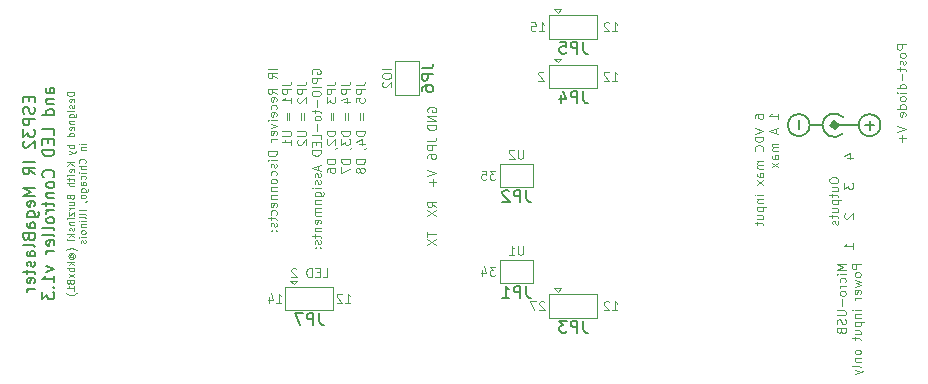
<source format=gbr>
G04 #@! TF.GenerationSoftware,KiCad,Pcbnew,(5.1.5-0-10_14)*
G04 #@! TF.CreationDate,2020-04-02T23:07:03-05:00*
G04 #@! TF.ProjectId,kbxIrBlaster,6b627849-7242-46c6-9173-7465722e6b69,rev?*
G04 #@! TF.SameCoordinates,Original*
G04 #@! TF.FileFunction,Legend,Bot*
G04 #@! TF.FilePolarity,Positive*
%FSLAX46Y46*%
G04 Gerber Fmt 4.6, Leading zero omitted, Abs format (unit mm)*
G04 Created by KiCad (PCBNEW (5.1.5-0-10_14)) date 2020-04-02 23:07:03*
%MOMM*%
%LPD*%
G04 APERTURE LIST*
%ADD10C,0.120000*%
%ADD11C,0.150000*%
%ADD12C,0.100000*%
%ADD13C,0.500000*%
G04 APERTURE END LIST*
D10*
X152993285Y-70116000D02*
X152243285Y-70116000D01*
X152243285Y-70616000D02*
X152243285Y-70758857D01*
X152279000Y-70830285D01*
X152350428Y-70901714D01*
X152493285Y-70937428D01*
X152743285Y-70937428D01*
X152886142Y-70901714D01*
X152957571Y-70830285D01*
X152993285Y-70758857D01*
X152993285Y-70616000D01*
X152957571Y-70544571D01*
X152886142Y-70473142D01*
X152743285Y-70437428D01*
X152493285Y-70437428D01*
X152350428Y-70473142D01*
X152279000Y-70544571D01*
X152243285Y-70616000D01*
X152314714Y-71223142D02*
X152279000Y-71258857D01*
X152243285Y-71330285D01*
X152243285Y-71508857D01*
X152279000Y-71580285D01*
X152314714Y-71616000D01*
X152386142Y-71651714D01*
X152457571Y-71651714D01*
X152564714Y-71616000D01*
X152993285Y-71187428D01*
X152993285Y-71651714D01*
X156053285Y-76210000D02*
X156589000Y-76210000D01*
X156696142Y-76174285D01*
X156767571Y-76102857D01*
X156803285Y-75995714D01*
X156803285Y-75924285D01*
X156803285Y-76567142D02*
X156053285Y-76567142D01*
X156053285Y-76852857D01*
X156089000Y-76924285D01*
X156124714Y-76960000D01*
X156196142Y-76995714D01*
X156303285Y-76995714D01*
X156374714Y-76960000D01*
X156410428Y-76924285D01*
X156446142Y-76852857D01*
X156446142Y-76567142D01*
X156053285Y-77638571D02*
X156053285Y-77495714D01*
X156089000Y-77424285D01*
X156124714Y-77388571D01*
X156231857Y-77317142D01*
X156374714Y-77281428D01*
X156660428Y-77281428D01*
X156731857Y-77317142D01*
X156767571Y-77352857D01*
X156803285Y-77424285D01*
X156803285Y-77567142D01*
X156767571Y-77638571D01*
X156731857Y-77674285D01*
X156660428Y-77710000D01*
X156481857Y-77710000D01*
X156410428Y-77674285D01*
X156374714Y-77638571D01*
X156339000Y-77567142D01*
X156339000Y-77424285D01*
X156374714Y-77352857D01*
X156410428Y-77317142D01*
X156481857Y-77281428D01*
X191486785Y-86616571D02*
X190736785Y-86616571D01*
X191272500Y-86866571D01*
X190736785Y-87116571D01*
X191486785Y-87116571D01*
X191486785Y-87473714D02*
X190986785Y-87473714D01*
X190736785Y-87473714D02*
X190772500Y-87438000D01*
X190808214Y-87473714D01*
X190772500Y-87509428D01*
X190736785Y-87473714D01*
X190808214Y-87473714D01*
X191451071Y-88152285D02*
X191486785Y-88080857D01*
X191486785Y-87938000D01*
X191451071Y-87866571D01*
X191415357Y-87830857D01*
X191343928Y-87795142D01*
X191129642Y-87795142D01*
X191058214Y-87830857D01*
X191022500Y-87866571D01*
X190986785Y-87938000D01*
X190986785Y-88080857D01*
X191022500Y-88152285D01*
X191486785Y-88473714D02*
X190986785Y-88473714D01*
X191129642Y-88473714D02*
X191058214Y-88509428D01*
X191022500Y-88545142D01*
X190986785Y-88616571D01*
X190986785Y-88688000D01*
X191486785Y-89045142D02*
X191451071Y-88973714D01*
X191415357Y-88938000D01*
X191343928Y-88902285D01*
X191129642Y-88902285D01*
X191058214Y-88938000D01*
X191022500Y-88973714D01*
X190986785Y-89045142D01*
X190986785Y-89152285D01*
X191022500Y-89223714D01*
X191058214Y-89259428D01*
X191129642Y-89295142D01*
X191343928Y-89295142D01*
X191415357Y-89259428D01*
X191451071Y-89223714D01*
X191486785Y-89152285D01*
X191486785Y-89045142D01*
X191201071Y-89616571D02*
X191201071Y-90188000D01*
X190736785Y-90545142D02*
X191343928Y-90545142D01*
X191415357Y-90580857D01*
X191451071Y-90616571D01*
X191486785Y-90688000D01*
X191486785Y-90830857D01*
X191451071Y-90902285D01*
X191415357Y-90938000D01*
X191343928Y-90973714D01*
X190736785Y-90973714D01*
X191451071Y-91295142D02*
X191486785Y-91402285D01*
X191486785Y-91580857D01*
X191451071Y-91652285D01*
X191415357Y-91688000D01*
X191343928Y-91723714D01*
X191272500Y-91723714D01*
X191201071Y-91688000D01*
X191165357Y-91652285D01*
X191129642Y-91580857D01*
X191093928Y-91438000D01*
X191058214Y-91366571D01*
X191022500Y-91330857D01*
X190951071Y-91295142D01*
X190879642Y-91295142D01*
X190808214Y-91330857D01*
X190772500Y-91366571D01*
X190736785Y-91438000D01*
X190736785Y-91616571D01*
X190772500Y-91723714D01*
X191093928Y-92295142D02*
X191129642Y-92402285D01*
X191165357Y-92438000D01*
X191236785Y-92473714D01*
X191343928Y-92473714D01*
X191415357Y-92438000D01*
X191451071Y-92402285D01*
X191486785Y-92330857D01*
X191486785Y-92045142D01*
X190736785Y-92045142D01*
X190736785Y-92295142D01*
X190772500Y-92366571D01*
X190808214Y-92402285D01*
X190879642Y-92438000D01*
X190951071Y-92438000D01*
X191022500Y-92402285D01*
X191058214Y-92366571D01*
X191093928Y-92295142D01*
X191093928Y-92045142D01*
X192731785Y-86616571D02*
X191981785Y-86616571D01*
X191981785Y-86902285D01*
X192017500Y-86973714D01*
X192053214Y-87009428D01*
X192124642Y-87045142D01*
X192231785Y-87045142D01*
X192303214Y-87009428D01*
X192338928Y-86973714D01*
X192374642Y-86902285D01*
X192374642Y-86616571D01*
X192731785Y-87473714D02*
X192696071Y-87402285D01*
X192660357Y-87366571D01*
X192588928Y-87330857D01*
X192374642Y-87330857D01*
X192303214Y-87366571D01*
X192267500Y-87402285D01*
X192231785Y-87473714D01*
X192231785Y-87580857D01*
X192267500Y-87652285D01*
X192303214Y-87688000D01*
X192374642Y-87723714D01*
X192588928Y-87723714D01*
X192660357Y-87688000D01*
X192696071Y-87652285D01*
X192731785Y-87580857D01*
X192731785Y-87473714D01*
X192231785Y-87973714D02*
X192731785Y-88116571D01*
X192374642Y-88259428D01*
X192731785Y-88402285D01*
X192231785Y-88545142D01*
X192696071Y-89116571D02*
X192731785Y-89045142D01*
X192731785Y-88902285D01*
X192696071Y-88830857D01*
X192624642Y-88795142D01*
X192338928Y-88795142D01*
X192267500Y-88830857D01*
X192231785Y-88902285D01*
X192231785Y-89045142D01*
X192267500Y-89116571D01*
X192338928Y-89152285D01*
X192410357Y-89152285D01*
X192481785Y-88795142D01*
X192731785Y-89473714D02*
X192231785Y-89473714D01*
X192374642Y-89473714D02*
X192303214Y-89509428D01*
X192267500Y-89545142D01*
X192231785Y-89616571D01*
X192231785Y-89688000D01*
X192731785Y-90509428D02*
X192231785Y-90509428D01*
X191981785Y-90509428D02*
X192017500Y-90473714D01*
X192053214Y-90509428D01*
X192017500Y-90545142D01*
X191981785Y-90509428D01*
X192053214Y-90509428D01*
X192231785Y-90866571D02*
X192731785Y-90866571D01*
X192303214Y-90866571D02*
X192267500Y-90902285D01*
X192231785Y-90973714D01*
X192231785Y-91080857D01*
X192267500Y-91152285D01*
X192338928Y-91188000D01*
X192731785Y-91188000D01*
X192231785Y-91545142D02*
X192981785Y-91545142D01*
X192267500Y-91545142D02*
X192231785Y-91616571D01*
X192231785Y-91759428D01*
X192267500Y-91830857D01*
X192303214Y-91866571D01*
X192374642Y-91902285D01*
X192588928Y-91902285D01*
X192660357Y-91866571D01*
X192696071Y-91830857D01*
X192731785Y-91759428D01*
X192731785Y-91616571D01*
X192696071Y-91545142D01*
X192231785Y-92545142D02*
X192731785Y-92545142D01*
X192231785Y-92223714D02*
X192624642Y-92223714D01*
X192696071Y-92259428D01*
X192731785Y-92330857D01*
X192731785Y-92438000D01*
X192696071Y-92509428D01*
X192660357Y-92545142D01*
X192231785Y-92795142D02*
X192231785Y-93080857D01*
X191981785Y-92902285D02*
X192624642Y-92902285D01*
X192696071Y-92938000D01*
X192731785Y-93009428D01*
X192731785Y-93080857D01*
X192731785Y-94009428D02*
X192696071Y-93938000D01*
X192660357Y-93902285D01*
X192588928Y-93866571D01*
X192374642Y-93866571D01*
X192303214Y-93902285D01*
X192267500Y-93938000D01*
X192231785Y-94009428D01*
X192231785Y-94116571D01*
X192267500Y-94188000D01*
X192303214Y-94223714D01*
X192374642Y-94259428D01*
X192588928Y-94259428D01*
X192660357Y-94223714D01*
X192696071Y-94188000D01*
X192731785Y-94116571D01*
X192731785Y-94009428D01*
X192231785Y-94580857D02*
X192731785Y-94580857D01*
X192303214Y-94580857D02*
X192267500Y-94616571D01*
X192231785Y-94688000D01*
X192231785Y-94795142D01*
X192267500Y-94866571D01*
X192338928Y-94902285D01*
X192731785Y-94902285D01*
X192731785Y-95366571D02*
X192696071Y-95295142D01*
X192624642Y-95259428D01*
X191981785Y-95259428D01*
X192231785Y-95580857D02*
X192731785Y-95759428D01*
X192231785Y-95938000D02*
X192731785Y-95759428D01*
X192910357Y-95688000D01*
X192946071Y-95652285D01*
X192981785Y-95580857D01*
X183751785Y-74238000D02*
X183751785Y-74095142D01*
X183787500Y-74023714D01*
X183823214Y-73988000D01*
X183930357Y-73916571D01*
X184073214Y-73880857D01*
X184358928Y-73880857D01*
X184430357Y-73916571D01*
X184466071Y-73952285D01*
X184501785Y-74023714D01*
X184501785Y-74166571D01*
X184466071Y-74238000D01*
X184430357Y-74273714D01*
X184358928Y-74309428D01*
X184180357Y-74309428D01*
X184108928Y-74273714D01*
X184073214Y-74238000D01*
X184037500Y-74166571D01*
X184037500Y-74023714D01*
X184073214Y-73952285D01*
X184108928Y-73916571D01*
X184180357Y-73880857D01*
X183751785Y-75095142D02*
X184501785Y-75345142D01*
X183751785Y-75595142D01*
X184501785Y-75845142D02*
X183751785Y-75845142D01*
X183751785Y-76023714D01*
X183787500Y-76130857D01*
X183858928Y-76202285D01*
X183930357Y-76238000D01*
X184073214Y-76273714D01*
X184180357Y-76273714D01*
X184323214Y-76238000D01*
X184394642Y-76202285D01*
X184466071Y-76130857D01*
X184501785Y-76023714D01*
X184501785Y-75845142D01*
X184430357Y-77023714D02*
X184466071Y-76988000D01*
X184501785Y-76880857D01*
X184501785Y-76809428D01*
X184466071Y-76702285D01*
X184394642Y-76630857D01*
X184323214Y-76595142D01*
X184180357Y-76559428D01*
X184073214Y-76559428D01*
X183930357Y-76595142D01*
X183858928Y-76630857D01*
X183787500Y-76702285D01*
X183751785Y-76809428D01*
X183751785Y-76880857D01*
X183787500Y-76988000D01*
X183823214Y-77023714D01*
X184501785Y-77916571D02*
X184001785Y-77916571D01*
X184073214Y-77916571D02*
X184037500Y-77952285D01*
X184001785Y-78023714D01*
X184001785Y-78130857D01*
X184037500Y-78202285D01*
X184108928Y-78238000D01*
X184501785Y-78238000D01*
X184108928Y-78238000D02*
X184037500Y-78273714D01*
X184001785Y-78345142D01*
X184001785Y-78452285D01*
X184037500Y-78523714D01*
X184108928Y-78559428D01*
X184501785Y-78559428D01*
X184501785Y-79238000D02*
X184108928Y-79238000D01*
X184037500Y-79202285D01*
X184001785Y-79130857D01*
X184001785Y-78988000D01*
X184037500Y-78916571D01*
X184466071Y-79238000D02*
X184501785Y-79166571D01*
X184501785Y-78988000D01*
X184466071Y-78916571D01*
X184394642Y-78880857D01*
X184323214Y-78880857D01*
X184251785Y-78916571D01*
X184216071Y-78988000D01*
X184216071Y-79166571D01*
X184180357Y-79238000D01*
X184501785Y-79523714D02*
X184001785Y-79916571D01*
X184001785Y-79523714D02*
X184501785Y-79916571D01*
X184501785Y-80773714D02*
X184001785Y-80773714D01*
X183751785Y-80773714D02*
X183787500Y-80738000D01*
X183823214Y-80773714D01*
X183787500Y-80809428D01*
X183751785Y-80773714D01*
X183823214Y-80773714D01*
X184001785Y-81130857D02*
X184501785Y-81130857D01*
X184073214Y-81130857D02*
X184037500Y-81166571D01*
X184001785Y-81238000D01*
X184001785Y-81345142D01*
X184037500Y-81416571D01*
X184108928Y-81452285D01*
X184501785Y-81452285D01*
X184001785Y-81809428D02*
X184751785Y-81809428D01*
X184037500Y-81809428D02*
X184001785Y-81880857D01*
X184001785Y-82023714D01*
X184037500Y-82095142D01*
X184073214Y-82130857D01*
X184144642Y-82166571D01*
X184358928Y-82166571D01*
X184430357Y-82130857D01*
X184466071Y-82095142D01*
X184501785Y-82023714D01*
X184501785Y-81880857D01*
X184466071Y-81809428D01*
X184001785Y-82809428D02*
X184501785Y-82809428D01*
X184001785Y-82488000D02*
X184394642Y-82488000D01*
X184466071Y-82523714D01*
X184501785Y-82595142D01*
X184501785Y-82702285D01*
X184466071Y-82773714D01*
X184430357Y-82809428D01*
X184001785Y-83059428D02*
X184001785Y-83345142D01*
X183751785Y-83166571D02*
X184394642Y-83166571D01*
X184466071Y-83202285D01*
X184501785Y-83273714D01*
X184501785Y-83345142D01*
X185746785Y-74309428D02*
X185746785Y-73880857D01*
X185746785Y-74095142D02*
X184996785Y-74095142D01*
X185103928Y-74023714D01*
X185175357Y-73952285D01*
X185211071Y-73880857D01*
X185532500Y-75166571D02*
X185532500Y-75523714D01*
X185746785Y-75095142D02*
X184996785Y-75345142D01*
X185746785Y-75595142D01*
X185746785Y-76416571D02*
X185246785Y-76416571D01*
X185318214Y-76416571D02*
X185282500Y-76452285D01*
X185246785Y-76523714D01*
X185246785Y-76630857D01*
X185282500Y-76702285D01*
X185353928Y-76738000D01*
X185746785Y-76738000D01*
X185353928Y-76738000D02*
X185282500Y-76773714D01*
X185246785Y-76845142D01*
X185246785Y-76952285D01*
X185282500Y-77023714D01*
X185353928Y-77059428D01*
X185746785Y-77059428D01*
X185746785Y-77738000D02*
X185353928Y-77738000D01*
X185282500Y-77702285D01*
X185246785Y-77630857D01*
X185246785Y-77488000D01*
X185282500Y-77416571D01*
X185711071Y-77738000D02*
X185746785Y-77666571D01*
X185746785Y-77488000D01*
X185711071Y-77416571D01*
X185639642Y-77380857D01*
X185568214Y-77380857D01*
X185496785Y-77416571D01*
X185461071Y-77488000D01*
X185461071Y-77666571D01*
X185425357Y-77738000D01*
X185746785Y-78023714D02*
X185246785Y-78416571D01*
X185246785Y-78023714D02*
X185746785Y-78416571D01*
D11*
X187498028Y-74447447D02*
X187498028Y-75209352D01*
X193517828Y-74472847D02*
X193517828Y-75234752D01*
X193898780Y-74853800D02*
X193136876Y-74853800D01*
D10*
X196554285Y-68028857D02*
X195804285Y-68028857D01*
X195804285Y-68314571D01*
X195840000Y-68386000D01*
X195875714Y-68421714D01*
X195947142Y-68457428D01*
X196054285Y-68457428D01*
X196125714Y-68421714D01*
X196161428Y-68386000D01*
X196197142Y-68314571D01*
X196197142Y-68028857D01*
X196554285Y-68886000D02*
X196518571Y-68814571D01*
X196482857Y-68778857D01*
X196411428Y-68743142D01*
X196197142Y-68743142D01*
X196125714Y-68778857D01*
X196090000Y-68814571D01*
X196054285Y-68886000D01*
X196054285Y-68993142D01*
X196090000Y-69064571D01*
X196125714Y-69100285D01*
X196197142Y-69136000D01*
X196411428Y-69136000D01*
X196482857Y-69100285D01*
X196518571Y-69064571D01*
X196554285Y-68993142D01*
X196554285Y-68886000D01*
X196518571Y-69421714D02*
X196554285Y-69493142D01*
X196554285Y-69636000D01*
X196518571Y-69707428D01*
X196447142Y-69743142D01*
X196411428Y-69743142D01*
X196340000Y-69707428D01*
X196304285Y-69636000D01*
X196304285Y-69528857D01*
X196268571Y-69457428D01*
X196197142Y-69421714D01*
X196161428Y-69421714D01*
X196090000Y-69457428D01*
X196054285Y-69528857D01*
X196054285Y-69636000D01*
X196090000Y-69707428D01*
X196054285Y-69957428D02*
X196054285Y-70243142D01*
X195804285Y-70064571D02*
X196447142Y-70064571D01*
X196518571Y-70100285D01*
X196554285Y-70171714D01*
X196554285Y-70243142D01*
X196268571Y-70493142D02*
X196268571Y-71064571D01*
X196554285Y-71743142D02*
X195804285Y-71743142D01*
X196518571Y-71743142D02*
X196554285Y-71671714D01*
X196554285Y-71528857D01*
X196518571Y-71457428D01*
X196482857Y-71421714D01*
X196411428Y-71386000D01*
X196197142Y-71386000D01*
X196125714Y-71421714D01*
X196090000Y-71457428D01*
X196054285Y-71528857D01*
X196054285Y-71671714D01*
X196090000Y-71743142D01*
X196554285Y-72100285D02*
X196054285Y-72100285D01*
X195804285Y-72100285D02*
X195840000Y-72064571D01*
X195875714Y-72100285D01*
X195840000Y-72136000D01*
X195804285Y-72100285D01*
X195875714Y-72100285D01*
X196554285Y-72564571D02*
X196518571Y-72493142D01*
X196482857Y-72457428D01*
X196411428Y-72421714D01*
X196197142Y-72421714D01*
X196125714Y-72457428D01*
X196090000Y-72493142D01*
X196054285Y-72564571D01*
X196054285Y-72671714D01*
X196090000Y-72743142D01*
X196125714Y-72778857D01*
X196197142Y-72814571D01*
X196411428Y-72814571D01*
X196482857Y-72778857D01*
X196518571Y-72743142D01*
X196554285Y-72671714D01*
X196554285Y-72564571D01*
X196554285Y-73457428D02*
X195804285Y-73457428D01*
X196518571Y-73457428D02*
X196554285Y-73386000D01*
X196554285Y-73243142D01*
X196518571Y-73171714D01*
X196482857Y-73136000D01*
X196411428Y-73100285D01*
X196197142Y-73100285D01*
X196125714Y-73136000D01*
X196090000Y-73171714D01*
X196054285Y-73243142D01*
X196054285Y-73386000D01*
X196090000Y-73457428D01*
X196518571Y-74100285D02*
X196554285Y-74028857D01*
X196554285Y-73886000D01*
X196518571Y-73814571D01*
X196447142Y-73778857D01*
X196161428Y-73778857D01*
X196090000Y-73814571D01*
X196054285Y-73886000D01*
X196054285Y-74028857D01*
X196090000Y-74100285D01*
X196161428Y-74136000D01*
X196232857Y-74136000D01*
X196304285Y-73778857D01*
X195804285Y-74921714D02*
X196554285Y-75171714D01*
X195804285Y-75421714D01*
X196268571Y-75671714D02*
X196268571Y-76243142D01*
X196554285Y-75957428D02*
X195982857Y-75957428D01*
X190089285Y-79458571D02*
X190089285Y-79601428D01*
X190125000Y-79672857D01*
X190196428Y-79744285D01*
X190339285Y-79780000D01*
X190589285Y-79780000D01*
X190732142Y-79744285D01*
X190803571Y-79672857D01*
X190839285Y-79601428D01*
X190839285Y-79458571D01*
X190803571Y-79387142D01*
X190732142Y-79315714D01*
X190589285Y-79280000D01*
X190339285Y-79280000D01*
X190196428Y-79315714D01*
X190125000Y-79387142D01*
X190089285Y-79458571D01*
X190339285Y-80422857D02*
X190839285Y-80422857D01*
X190339285Y-80101428D02*
X190732142Y-80101428D01*
X190803571Y-80137142D01*
X190839285Y-80208571D01*
X190839285Y-80315714D01*
X190803571Y-80387142D01*
X190767857Y-80422857D01*
X190339285Y-80672857D02*
X190339285Y-80958571D01*
X190089285Y-80780000D02*
X190732142Y-80780000D01*
X190803571Y-80815714D01*
X190839285Y-80887142D01*
X190839285Y-80958571D01*
X190339285Y-81208571D02*
X191089285Y-81208571D01*
X190375000Y-81208571D02*
X190339285Y-81280000D01*
X190339285Y-81422857D01*
X190375000Y-81494285D01*
X190410714Y-81530000D01*
X190482142Y-81565714D01*
X190696428Y-81565714D01*
X190767857Y-81530000D01*
X190803571Y-81494285D01*
X190839285Y-81422857D01*
X190839285Y-81280000D01*
X190803571Y-81208571D01*
X190339285Y-82208571D02*
X190839285Y-82208571D01*
X190339285Y-81887142D02*
X190732142Y-81887142D01*
X190803571Y-81922857D01*
X190839285Y-81994285D01*
X190839285Y-82101428D01*
X190803571Y-82172857D01*
X190767857Y-82208571D01*
X190339285Y-82458571D02*
X190339285Y-82744285D01*
X190089285Y-82565714D02*
X190732142Y-82565714D01*
X190803571Y-82601428D01*
X190839285Y-82672857D01*
X190839285Y-82744285D01*
X190803571Y-82958571D02*
X190839285Y-83030000D01*
X190839285Y-83172857D01*
X190803571Y-83244285D01*
X190732142Y-83280000D01*
X190696428Y-83280000D01*
X190625000Y-83244285D01*
X190589285Y-83172857D01*
X190589285Y-83065714D01*
X190553571Y-82994285D01*
X190482142Y-82958571D01*
X190446428Y-82958571D01*
X190375000Y-82994285D01*
X190339285Y-83065714D01*
X190339285Y-83172857D01*
X190375000Y-83244285D01*
X192109285Y-85304285D02*
X192109285Y-84875714D01*
X192109285Y-85090000D02*
X191359285Y-85090000D01*
X191466428Y-85018571D01*
X191537857Y-84947142D01*
X191573571Y-84875714D01*
X191430714Y-82335714D02*
X191395000Y-82371428D01*
X191359285Y-82442857D01*
X191359285Y-82621428D01*
X191395000Y-82692857D01*
X191430714Y-82728571D01*
X191502142Y-82764285D01*
X191573571Y-82764285D01*
X191680714Y-82728571D01*
X192109285Y-82300000D01*
X192109285Y-82764285D01*
X191359285Y-79760000D02*
X191359285Y-80224285D01*
X191645000Y-79974285D01*
X191645000Y-80081428D01*
X191680714Y-80152857D01*
X191716428Y-80188571D01*
X191787857Y-80224285D01*
X191966428Y-80224285D01*
X192037857Y-80188571D01*
X192073571Y-80152857D01*
X192109285Y-80081428D01*
X192109285Y-79867142D01*
X192073571Y-79795714D01*
X192037857Y-79760000D01*
X191609285Y-77612857D02*
X192109285Y-77612857D01*
X191323571Y-77434285D02*
X191859285Y-77255714D01*
X191859285Y-77720000D01*
X143289285Y-70106571D02*
X142539285Y-70106571D01*
X143289285Y-70892285D02*
X142932142Y-70642285D01*
X143289285Y-70463714D02*
X142539285Y-70463714D01*
X142539285Y-70749428D01*
X142575000Y-70820857D01*
X142610714Y-70856571D01*
X142682142Y-70892285D01*
X142789285Y-70892285D01*
X142860714Y-70856571D01*
X142896428Y-70820857D01*
X142932142Y-70749428D01*
X142932142Y-70463714D01*
X143289285Y-72213714D02*
X142932142Y-71963714D01*
X143289285Y-71785142D02*
X142539285Y-71785142D01*
X142539285Y-72070857D01*
X142575000Y-72142285D01*
X142610714Y-72178000D01*
X142682142Y-72213714D01*
X142789285Y-72213714D01*
X142860714Y-72178000D01*
X142896428Y-72142285D01*
X142932142Y-72070857D01*
X142932142Y-71785142D01*
X143253571Y-72820857D02*
X143289285Y-72749428D01*
X143289285Y-72606571D01*
X143253571Y-72535142D01*
X143182142Y-72499428D01*
X142896428Y-72499428D01*
X142825000Y-72535142D01*
X142789285Y-72606571D01*
X142789285Y-72749428D01*
X142825000Y-72820857D01*
X142896428Y-72856571D01*
X142967857Y-72856571D01*
X143039285Y-72499428D01*
X143253571Y-73499428D02*
X143289285Y-73428000D01*
X143289285Y-73285142D01*
X143253571Y-73213714D01*
X143217857Y-73178000D01*
X143146428Y-73142285D01*
X142932142Y-73142285D01*
X142860714Y-73178000D01*
X142825000Y-73213714D01*
X142789285Y-73285142D01*
X142789285Y-73428000D01*
X142825000Y-73499428D01*
X143253571Y-74106571D02*
X143289285Y-74035142D01*
X143289285Y-73892285D01*
X143253571Y-73820857D01*
X143182142Y-73785142D01*
X142896428Y-73785142D01*
X142825000Y-73820857D01*
X142789285Y-73892285D01*
X142789285Y-74035142D01*
X142825000Y-74106571D01*
X142896428Y-74142285D01*
X142967857Y-74142285D01*
X143039285Y-73785142D01*
X143289285Y-74463714D02*
X142789285Y-74463714D01*
X142539285Y-74463714D02*
X142575000Y-74428000D01*
X142610714Y-74463714D01*
X142575000Y-74499428D01*
X142539285Y-74463714D01*
X142610714Y-74463714D01*
X142789285Y-74749428D02*
X143289285Y-74928000D01*
X142789285Y-75106571D01*
X143253571Y-75678000D02*
X143289285Y-75606571D01*
X143289285Y-75463714D01*
X143253571Y-75392285D01*
X143182142Y-75356571D01*
X142896428Y-75356571D01*
X142825000Y-75392285D01*
X142789285Y-75463714D01*
X142789285Y-75606571D01*
X142825000Y-75678000D01*
X142896428Y-75713714D01*
X142967857Y-75713714D01*
X143039285Y-75356571D01*
X143289285Y-76035142D02*
X142789285Y-76035142D01*
X142932142Y-76035142D02*
X142860714Y-76070857D01*
X142825000Y-76106571D01*
X142789285Y-76178000D01*
X142789285Y-76249428D01*
X143289285Y-77070857D02*
X142539285Y-77070857D01*
X142539285Y-77249428D01*
X142575000Y-77356571D01*
X142646428Y-77428000D01*
X142717857Y-77463714D01*
X142860714Y-77499428D01*
X142967857Y-77499428D01*
X143110714Y-77463714D01*
X143182142Y-77428000D01*
X143253571Y-77356571D01*
X143289285Y-77249428D01*
X143289285Y-77070857D01*
X143289285Y-77820857D02*
X142789285Y-77820857D01*
X142539285Y-77820857D02*
X142575000Y-77785142D01*
X142610714Y-77820857D01*
X142575000Y-77856571D01*
X142539285Y-77820857D01*
X142610714Y-77820857D01*
X143253571Y-78142285D02*
X143289285Y-78213714D01*
X143289285Y-78356571D01*
X143253571Y-78428000D01*
X143182142Y-78463714D01*
X143146428Y-78463714D01*
X143075000Y-78428000D01*
X143039285Y-78356571D01*
X143039285Y-78249428D01*
X143003571Y-78178000D01*
X142932142Y-78142285D01*
X142896428Y-78142285D01*
X142825000Y-78178000D01*
X142789285Y-78249428D01*
X142789285Y-78356571D01*
X142825000Y-78428000D01*
X143253571Y-79106571D02*
X143289285Y-79035142D01*
X143289285Y-78892285D01*
X143253571Y-78820857D01*
X143217857Y-78785142D01*
X143146428Y-78749428D01*
X142932142Y-78749428D01*
X142860714Y-78785142D01*
X142825000Y-78820857D01*
X142789285Y-78892285D01*
X142789285Y-79035142D01*
X142825000Y-79106571D01*
X143289285Y-79535142D02*
X143253571Y-79463714D01*
X143217857Y-79428000D01*
X143146428Y-79392285D01*
X142932142Y-79392285D01*
X142860714Y-79428000D01*
X142825000Y-79463714D01*
X142789285Y-79535142D01*
X142789285Y-79642285D01*
X142825000Y-79713714D01*
X142860714Y-79749428D01*
X142932142Y-79785142D01*
X143146428Y-79785142D01*
X143217857Y-79749428D01*
X143253571Y-79713714D01*
X143289285Y-79642285D01*
X143289285Y-79535142D01*
X142789285Y-80106571D02*
X143289285Y-80106571D01*
X142860714Y-80106571D02*
X142825000Y-80142285D01*
X142789285Y-80213714D01*
X142789285Y-80320857D01*
X142825000Y-80392285D01*
X142896428Y-80428000D01*
X143289285Y-80428000D01*
X142789285Y-80785142D02*
X143289285Y-80785142D01*
X142860714Y-80785142D02*
X142825000Y-80820857D01*
X142789285Y-80892285D01*
X142789285Y-80999428D01*
X142825000Y-81070857D01*
X142896428Y-81106571D01*
X143289285Y-81106571D01*
X143253571Y-81749428D02*
X143289285Y-81678000D01*
X143289285Y-81535142D01*
X143253571Y-81463714D01*
X143182142Y-81428000D01*
X142896428Y-81428000D01*
X142825000Y-81463714D01*
X142789285Y-81535142D01*
X142789285Y-81678000D01*
X142825000Y-81749428D01*
X142896428Y-81785142D01*
X142967857Y-81785142D01*
X143039285Y-81428000D01*
X143253571Y-82428000D02*
X143289285Y-82356571D01*
X143289285Y-82213714D01*
X143253571Y-82142285D01*
X143217857Y-82106571D01*
X143146428Y-82070857D01*
X142932142Y-82070857D01*
X142860714Y-82106571D01*
X142825000Y-82142285D01*
X142789285Y-82213714D01*
X142789285Y-82356571D01*
X142825000Y-82428000D01*
X142789285Y-82642285D02*
X142789285Y-82928000D01*
X142539285Y-82749428D02*
X143182142Y-82749428D01*
X143253571Y-82785142D01*
X143289285Y-82856571D01*
X143289285Y-82928000D01*
X143253571Y-83142285D02*
X143289285Y-83213714D01*
X143289285Y-83356571D01*
X143253571Y-83428000D01*
X143182142Y-83463714D01*
X143146428Y-83463714D01*
X143075000Y-83428000D01*
X143039285Y-83356571D01*
X143039285Y-83249428D01*
X143003571Y-83178000D01*
X142932142Y-83142285D01*
X142896428Y-83142285D01*
X142825000Y-83178000D01*
X142789285Y-83249428D01*
X142789285Y-83356571D01*
X142825000Y-83428000D01*
X143217857Y-83785142D02*
X143253571Y-83820857D01*
X143289285Y-83785142D01*
X143253571Y-83749428D01*
X143217857Y-83785142D01*
X143289285Y-83785142D01*
X142825000Y-83785142D02*
X142860714Y-83820857D01*
X142896428Y-83785142D01*
X142860714Y-83749428D01*
X142825000Y-83785142D01*
X142896428Y-83785142D01*
X143784285Y-71463714D02*
X144320000Y-71463714D01*
X144427142Y-71428000D01*
X144498571Y-71356571D01*
X144534285Y-71249428D01*
X144534285Y-71178000D01*
X144534285Y-71820857D02*
X143784285Y-71820857D01*
X143784285Y-72106571D01*
X143820000Y-72178000D01*
X143855714Y-72213714D01*
X143927142Y-72249428D01*
X144034285Y-72249428D01*
X144105714Y-72213714D01*
X144141428Y-72178000D01*
X144177142Y-72106571D01*
X144177142Y-71820857D01*
X144534285Y-72963714D02*
X144534285Y-72535142D01*
X144534285Y-72749428D02*
X143784285Y-72749428D01*
X143891428Y-72678000D01*
X143962857Y-72606571D01*
X143998571Y-72535142D01*
X144141428Y-73856571D02*
X144141428Y-74428000D01*
X144355714Y-74428000D02*
X144355714Y-73856571D01*
X143784285Y-75356571D02*
X144391428Y-75356571D01*
X144462857Y-75392285D01*
X144498571Y-75428000D01*
X144534285Y-75499428D01*
X144534285Y-75642285D01*
X144498571Y-75713714D01*
X144462857Y-75749428D01*
X144391428Y-75785142D01*
X143784285Y-75785142D01*
X144534285Y-76535142D02*
X144534285Y-76106571D01*
X144534285Y-76320857D02*
X143784285Y-76320857D01*
X143891428Y-76249428D01*
X143962857Y-76178000D01*
X143998571Y-76106571D01*
X145029285Y-71463714D02*
X145565000Y-71463714D01*
X145672142Y-71428000D01*
X145743571Y-71356571D01*
X145779285Y-71249428D01*
X145779285Y-71178000D01*
X145779285Y-71820857D02*
X145029285Y-71820857D01*
X145029285Y-72106571D01*
X145065000Y-72178000D01*
X145100714Y-72213714D01*
X145172142Y-72249428D01*
X145279285Y-72249428D01*
X145350714Y-72213714D01*
X145386428Y-72178000D01*
X145422142Y-72106571D01*
X145422142Y-71820857D01*
X145100714Y-72535142D02*
X145065000Y-72570857D01*
X145029285Y-72642285D01*
X145029285Y-72820857D01*
X145065000Y-72892285D01*
X145100714Y-72928000D01*
X145172142Y-72963714D01*
X145243571Y-72963714D01*
X145350714Y-72928000D01*
X145779285Y-72499428D01*
X145779285Y-72963714D01*
X145386428Y-73856571D02*
X145386428Y-74428000D01*
X145600714Y-74428000D02*
X145600714Y-73856571D01*
X145029285Y-75356571D02*
X145636428Y-75356571D01*
X145707857Y-75392285D01*
X145743571Y-75428000D01*
X145779285Y-75499428D01*
X145779285Y-75642285D01*
X145743571Y-75713714D01*
X145707857Y-75749428D01*
X145636428Y-75785142D01*
X145029285Y-75785142D01*
X145100714Y-76106571D02*
X145065000Y-76142285D01*
X145029285Y-76213714D01*
X145029285Y-76392285D01*
X145065000Y-76463714D01*
X145100714Y-76499428D01*
X145172142Y-76535142D01*
X145243571Y-76535142D01*
X145350714Y-76499428D01*
X145779285Y-76070857D01*
X145779285Y-76535142D01*
X146310000Y-70499428D02*
X146274285Y-70428000D01*
X146274285Y-70320857D01*
X146310000Y-70213714D01*
X146381428Y-70142285D01*
X146452857Y-70106571D01*
X146595714Y-70070857D01*
X146702857Y-70070857D01*
X146845714Y-70106571D01*
X146917142Y-70142285D01*
X146988571Y-70213714D01*
X147024285Y-70320857D01*
X147024285Y-70392285D01*
X146988571Y-70499428D01*
X146952857Y-70535142D01*
X146702857Y-70535142D01*
X146702857Y-70392285D01*
X147024285Y-70856571D02*
X146274285Y-70856571D01*
X146274285Y-71142285D01*
X146310000Y-71213714D01*
X146345714Y-71249428D01*
X146417142Y-71285142D01*
X146524285Y-71285142D01*
X146595714Y-71249428D01*
X146631428Y-71213714D01*
X146667142Y-71142285D01*
X146667142Y-70856571D01*
X147024285Y-71606571D02*
X146274285Y-71606571D01*
X146274285Y-72106571D02*
X146274285Y-72249428D01*
X146310000Y-72320857D01*
X146381428Y-72392285D01*
X146524285Y-72428000D01*
X146774285Y-72428000D01*
X146917142Y-72392285D01*
X146988571Y-72320857D01*
X147024285Y-72249428D01*
X147024285Y-72106571D01*
X146988571Y-72035142D01*
X146917142Y-71963714D01*
X146774285Y-71928000D01*
X146524285Y-71928000D01*
X146381428Y-71963714D01*
X146310000Y-72035142D01*
X146274285Y-72106571D01*
X146738571Y-72749428D02*
X146738571Y-73320857D01*
X146524285Y-73570857D02*
X146524285Y-73856571D01*
X146274285Y-73678000D02*
X146917142Y-73678000D01*
X146988571Y-73713714D01*
X147024285Y-73785142D01*
X147024285Y-73856571D01*
X147024285Y-74213714D02*
X146988571Y-74142285D01*
X146952857Y-74106571D01*
X146881428Y-74070857D01*
X146667142Y-74070857D01*
X146595714Y-74106571D01*
X146560000Y-74142285D01*
X146524285Y-74213714D01*
X146524285Y-74320857D01*
X146560000Y-74392285D01*
X146595714Y-74428000D01*
X146667142Y-74463714D01*
X146881428Y-74463714D01*
X146952857Y-74428000D01*
X146988571Y-74392285D01*
X147024285Y-74320857D01*
X147024285Y-74213714D01*
X146738571Y-74785142D02*
X146738571Y-75356571D01*
X147024285Y-76070857D02*
X147024285Y-75713714D01*
X146274285Y-75713714D01*
X146631428Y-76320857D02*
X146631428Y-76570857D01*
X147024285Y-76678000D02*
X147024285Y-76320857D01*
X146274285Y-76320857D01*
X146274285Y-76678000D01*
X147024285Y-76999428D02*
X146274285Y-76999428D01*
X146274285Y-77178000D01*
X146310000Y-77285142D01*
X146381428Y-77356571D01*
X146452857Y-77392285D01*
X146595714Y-77428000D01*
X146702857Y-77428000D01*
X146845714Y-77392285D01*
X146917142Y-77356571D01*
X146988571Y-77285142D01*
X147024285Y-77178000D01*
X147024285Y-76999428D01*
X146810000Y-78285142D02*
X146810000Y-78642285D01*
X147024285Y-78213714D02*
X146274285Y-78463714D01*
X147024285Y-78713714D01*
X146988571Y-78928000D02*
X147024285Y-78999428D01*
X147024285Y-79142285D01*
X146988571Y-79213714D01*
X146917142Y-79249428D01*
X146881428Y-79249428D01*
X146810000Y-79213714D01*
X146774285Y-79142285D01*
X146774285Y-79035142D01*
X146738571Y-78963714D01*
X146667142Y-78928000D01*
X146631428Y-78928000D01*
X146560000Y-78963714D01*
X146524285Y-79035142D01*
X146524285Y-79142285D01*
X146560000Y-79213714D01*
X146988571Y-79535142D02*
X147024285Y-79606571D01*
X147024285Y-79749428D01*
X146988571Y-79820857D01*
X146917142Y-79856571D01*
X146881428Y-79856571D01*
X146810000Y-79820857D01*
X146774285Y-79749428D01*
X146774285Y-79642285D01*
X146738571Y-79570857D01*
X146667142Y-79535142D01*
X146631428Y-79535142D01*
X146560000Y-79570857D01*
X146524285Y-79642285D01*
X146524285Y-79749428D01*
X146560000Y-79820857D01*
X147024285Y-80178000D02*
X146524285Y-80178000D01*
X146274285Y-80178000D02*
X146310000Y-80142285D01*
X146345714Y-80178000D01*
X146310000Y-80213714D01*
X146274285Y-80178000D01*
X146345714Y-80178000D01*
X146524285Y-80856571D02*
X147131428Y-80856571D01*
X147202857Y-80820857D01*
X147238571Y-80785142D01*
X147274285Y-80713714D01*
X147274285Y-80606571D01*
X147238571Y-80535142D01*
X146988571Y-80856571D02*
X147024285Y-80785142D01*
X147024285Y-80642285D01*
X146988571Y-80570857D01*
X146952857Y-80535142D01*
X146881428Y-80499428D01*
X146667142Y-80499428D01*
X146595714Y-80535142D01*
X146560000Y-80570857D01*
X146524285Y-80642285D01*
X146524285Y-80785142D01*
X146560000Y-80856571D01*
X146524285Y-81213714D02*
X147024285Y-81213714D01*
X146595714Y-81213714D02*
X146560000Y-81249428D01*
X146524285Y-81320857D01*
X146524285Y-81428000D01*
X146560000Y-81499428D01*
X146631428Y-81535142D01*
X147024285Y-81535142D01*
X147024285Y-81892285D02*
X146524285Y-81892285D01*
X146595714Y-81892285D02*
X146560000Y-81928000D01*
X146524285Y-81999428D01*
X146524285Y-82106571D01*
X146560000Y-82178000D01*
X146631428Y-82213714D01*
X147024285Y-82213714D01*
X146631428Y-82213714D02*
X146560000Y-82249428D01*
X146524285Y-82320857D01*
X146524285Y-82428000D01*
X146560000Y-82499428D01*
X146631428Y-82535142D01*
X147024285Y-82535142D01*
X146988571Y-83178000D02*
X147024285Y-83106571D01*
X147024285Y-82963714D01*
X146988571Y-82892285D01*
X146917142Y-82856571D01*
X146631428Y-82856571D01*
X146560000Y-82892285D01*
X146524285Y-82963714D01*
X146524285Y-83106571D01*
X146560000Y-83178000D01*
X146631428Y-83213714D01*
X146702857Y-83213714D01*
X146774285Y-82856571D01*
X146524285Y-83535142D02*
X147024285Y-83535142D01*
X146595714Y-83535142D02*
X146560000Y-83570857D01*
X146524285Y-83642285D01*
X146524285Y-83749428D01*
X146560000Y-83820857D01*
X146631428Y-83856571D01*
X147024285Y-83856571D01*
X146524285Y-84106571D02*
X146524285Y-84392285D01*
X146274285Y-84213714D02*
X146917142Y-84213714D01*
X146988571Y-84249428D01*
X147024285Y-84320857D01*
X147024285Y-84392285D01*
X146988571Y-84606571D02*
X147024285Y-84678000D01*
X147024285Y-84820857D01*
X146988571Y-84892285D01*
X146917142Y-84928000D01*
X146881428Y-84928000D01*
X146810000Y-84892285D01*
X146774285Y-84820857D01*
X146774285Y-84713714D01*
X146738571Y-84642285D01*
X146667142Y-84606571D01*
X146631428Y-84606571D01*
X146560000Y-84642285D01*
X146524285Y-84713714D01*
X146524285Y-84820857D01*
X146560000Y-84892285D01*
X146952857Y-85249428D02*
X146988571Y-85285142D01*
X147024285Y-85249428D01*
X146988571Y-85213714D01*
X146952857Y-85249428D01*
X147024285Y-85249428D01*
X146560000Y-85249428D02*
X146595714Y-85285142D01*
X146631428Y-85249428D01*
X146595714Y-85213714D01*
X146560000Y-85249428D01*
X146631428Y-85249428D01*
X147519285Y-71463714D02*
X148055000Y-71463714D01*
X148162142Y-71428000D01*
X148233571Y-71356571D01*
X148269285Y-71249428D01*
X148269285Y-71178000D01*
X148269285Y-71820857D02*
X147519285Y-71820857D01*
X147519285Y-72106571D01*
X147555000Y-72178000D01*
X147590714Y-72213714D01*
X147662142Y-72249428D01*
X147769285Y-72249428D01*
X147840714Y-72213714D01*
X147876428Y-72178000D01*
X147912142Y-72106571D01*
X147912142Y-71820857D01*
X147519285Y-72499428D02*
X147519285Y-72963714D01*
X147805000Y-72713714D01*
X147805000Y-72820857D01*
X147840714Y-72892285D01*
X147876428Y-72928000D01*
X147947857Y-72963714D01*
X148126428Y-72963714D01*
X148197857Y-72928000D01*
X148233571Y-72892285D01*
X148269285Y-72820857D01*
X148269285Y-72606571D01*
X148233571Y-72535142D01*
X148197857Y-72499428D01*
X147876428Y-73856571D02*
X147876428Y-74428000D01*
X148090714Y-74428000D02*
X148090714Y-73856571D01*
X148269285Y-75356571D02*
X147519285Y-75356571D01*
X147519285Y-75535142D01*
X147555000Y-75642285D01*
X147626428Y-75713714D01*
X147697857Y-75749428D01*
X147840714Y-75785142D01*
X147947857Y-75785142D01*
X148090714Y-75749428D01*
X148162142Y-75713714D01*
X148233571Y-75642285D01*
X148269285Y-75535142D01*
X148269285Y-75356571D01*
X147590714Y-76070857D02*
X147555000Y-76106571D01*
X147519285Y-76178000D01*
X147519285Y-76356571D01*
X147555000Y-76428000D01*
X147590714Y-76463714D01*
X147662142Y-76499428D01*
X147733571Y-76499428D01*
X147840714Y-76463714D01*
X148269285Y-76035142D01*
X148269285Y-76499428D01*
X148233571Y-76856571D02*
X148269285Y-76856571D01*
X148340714Y-76820857D01*
X148376428Y-76785142D01*
X148269285Y-77749428D02*
X147519285Y-77749428D01*
X147519285Y-77928000D01*
X147555000Y-78035142D01*
X147626428Y-78106571D01*
X147697857Y-78142285D01*
X147840714Y-78178000D01*
X147947857Y-78178000D01*
X148090714Y-78142285D01*
X148162142Y-78106571D01*
X148233571Y-78035142D01*
X148269285Y-77928000D01*
X148269285Y-77749428D01*
X147519285Y-78820857D02*
X147519285Y-78678000D01*
X147555000Y-78606571D01*
X147590714Y-78570857D01*
X147697857Y-78499428D01*
X147840714Y-78463714D01*
X148126428Y-78463714D01*
X148197857Y-78499428D01*
X148233571Y-78535142D01*
X148269285Y-78606571D01*
X148269285Y-78749428D01*
X148233571Y-78820857D01*
X148197857Y-78856571D01*
X148126428Y-78892285D01*
X147947857Y-78892285D01*
X147876428Y-78856571D01*
X147840714Y-78820857D01*
X147805000Y-78749428D01*
X147805000Y-78606571D01*
X147840714Y-78535142D01*
X147876428Y-78499428D01*
X147947857Y-78463714D01*
X148764285Y-71463714D02*
X149300000Y-71463714D01*
X149407142Y-71428000D01*
X149478571Y-71356571D01*
X149514285Y-71249428D01*
X149514285Y-71178000D01*
X149514285Y-71820857D02*
X148764285Y-71820857D01*
X148764285Y-72106571D01*
X148800000Y-72178000D01*
X148835714Y-72213714D01*
X148907142Y-72249428D01*
X149014285Y-72249428D01*
X149085714Y-72213714D01*
X149121428Y-72178000D01*
X149157142Y-72106571D01*
X149157142Y-71820857D01*
X149014285Y-72892285D02*
X149514285Y-72892285D01*
X148728571Y-72713714D02*
X149264285Y-72535142D01*
X149264285Y-72999428D01*
X149121428Y-73856571D02*
X149121428Y-74428000D01*
X149335714Y-74428000D02*
X149335714Y-73856571D01*
X149514285Y-75356571D02*
X148764285Y-75356571D01*
X148764285Y-75535142D01*
X148800000Y-75642285D01*
X148871428Y-75713714D01*
X148942857Y-75749428D01*
X149085714Y-75785142D01*
X149192857Y-75785142D01*
X149335714Y-75749428D01*
X149407142Y-75713714D01*
X149478571Y-75642285D01*
X149514285Y-75535142D01*
X149514285Y-75356571D01*
X148764285Y-76035142D02*
X148764285Y-76499428D01*
X149050000Y-76249428D01*
X149050000Y-76356571D01*
X149085714Y-76428000D01*
X149121428Y-76463714D01*
X149192857Y-76499428D01*
X149371428Y-76499428D01*
X149442857Y-76463714D01*
X149478571Y-76428000D01*
X149514285Y-76356571D01*
X149514285Y-76142285D01*
X149478571Y-76070857D01*
X149442857Y-76035142D01*
X149478571Y-76856571D02*
X149514285Y-76856571D01*
X149585714Y-76820857D01*
X149621428Y-76785142D01*
X149514285Y-77749428D02*
X148764285Y-77749428D01*
X148764285Y-77928000D01*
X148800000Y-78035142D01*
X148871428Y-78106571D01*
X148942857Y-78142285D01*
X149085714Y-78178000D01*
X149192857Y-78178000D01*
X149335714Y-78142285D01*
X149407142Y-78106571D01*
X149478571Y-78035142D01*
X149514285Y-77928000D01*
X149514285Y-77749428D01*
X148764285Y-78428000D02*
X148764285Y-78928000D01*
X149514285Y-78606571D01*
X150009285Y-71463714D02*
X150545000Y-71463714D01*
X150652142Y-71428000D01*
X150723571Y-71356571D01*
X150759285Y-71249428D01*
X150759285Y-71178000D01*
X150759285Y-71820857D02*
X150009285Y-71820857D01*
X150009285Y-72106571D01*
X150045000Y-72178000D01*
X150080714Y-72213714D01*
X150152142Y-72249428D01*
X150259285Y-72249428D01*
X150330714Y-72213714D01*
X150366428Y-72178000D01*
X150402142Y-72106571D01*
X150402142Y-71820857D01*
X150009285Y-72928000D02*
X150009285Y-72570857D01*
X150366428Y-72535142D01*
X150330714Y-72570857D01*
X150295000Y-72642285D01*
X150295000Y-72820857D01*
X150330714Y-72892285D01*
X150366428Y-72928000D01*
X150437857Y-72963714D01*
X150616428Y-72963714D01*
X150687857Y-72928000D01*
X150723571Y-72892285D01*
X150759285Y-72820857D01*
X150759285Y-72642285D01*
X150723571Y-72570857D01*
X150687857Y-72535142D01*
X150366428Y-73856571D02*
X150366428Y-74428000D01*
X150580714Y-74428000D02*
X150580714Y-73856571D01*
X150759285Y-75356571D02*
X150009285Y-75356571D01*
X150009285Y-75535142D01*
X150045000Y-75642285D01*
X150116428Y-75713714D01*
X150187857Y-75749428D01*
X150330714Y-75785142D01*
X150437857Y-75785142D01*
X150580714Y-75749428D01*
X150652142Y-75713714D01*
X150723571Y-75642285D01*
X150759285Y-75535142D01*
X150759285Y-75356571D01*
X150259285Y-76428000D02*
X150759285Y-76428000D01*
X149973571Y-76249428D02*
X150509285Y-76070857D01*
X150509285Y-76535142D01*
X150723571Y-76856571D02*
X150759285Y-76856571D01*
X150830714Y-76820857D01*
X150866428Y-76785142D01*
X150759285Y-77749428D02*
X150009285Y-77749428D01*
X150009285Y-77928000D01*
X150045000Y-78035142D01*
X150116428Y-78106571D01*
X150187857Y-78142285D01*
X150330714Y-78178000D01*
X150437857Y-78178000D01*
X150580714Y-78142285D01*
X150652142Y-78106571D01*
X150723571Y-78035142D01*
X150759285Y-77928000D01*
X150759285Y-77749428D01*
X150330714Y-78606571D02*
X150295000Y-78535142D01*
X150259285Y-78499428D01*
X150187857Y-78463714D01*
X150152142Y-78463714D01*
X150080714Y-78499428D01*
X150045000Y-78535142D01*
X150009285Y-78606571D01*
X150009285Y-78749428D01*
X150045000Y-78820857D01*
X150080714Y-78856571D01*
X150152142Y-78892285D01*
X150187857Y-78892285D01*
X150259285Y-78856571D01*
X150295000Y-78820857D01*
X150330714Y-78749428D01*
X150330714Y-78606571D01*
X150366428Y-78535142D01*
X150402142Y-78499428D01*
X150473571Y-78463714D01*
X150616428Y-78463714D01*
X150687857Y-78499428D01*
X150723571Y-78535142D01*
X150759285Y-78606571D01*
X150759285Y-78749428D01*
X150723571Y-78820857D01*
X150687857Y-78856571D01*
X150616428Y-78892285D01*
X150473571Y-78892285D01*
X150402142Y-78856571D01*
X150366428Y-78820857D01*
X150330714Y-78749428D01*
X164147428Y-76932285D02*
X164147428Y-77539428D01*
X164111714Y-77610857D01*
X164076000Y-77646571D01*
X164004571Y-77682285D01*
X163861714Y-77682285D01*
X163790285Y-77646571D01*
X163754571Y-77610857D01*
X163718857Y-77539428D01*
X163718857Y-76932285D01*
X163397428Y-77003714D02*
X163361714Y-76968000D01*
X163290285Y-76932285D01*
X163111714Y-76932285D01*
X163040285Y-76968000D01*
X163004571Y-77003714D01*
X162968857Y-77075142D01*
X162968857Y-77146571D01*
X163004571Y-77253714D01*
X163433142Y-77682285D01*
X162968857Y-77682285D01*
X164147428Y-85060285D02*
X164147428Y-85667428D01*
X164111714Y-85738857D01*
X164076000Y-85774571D01*
X164004571Y-85810285D01*
X163861714Y-85810285D01*
X163790285Y-85774571D01*
X163754571Y-85738857D01*
X163718857Y-85667428D01*
X163718857Y-85060285D01*
X162968857Y-85810285D02*
X163397428Y-85810285D01*
X163183142Y-85810285D02*
X163183142Y-85060285D01*
X163254571Y-85167428D01*
X163326000Y-85238857D01*
X163397428Y-85274571D01*
X156089000Y-73723571D02*
X156053285Y-73652142D01*
X156053285Y-73545000D01*
X156089000Y-73437857D01*
X156160428Y-73366428D01*
X156231857Y-73330714D01*
X156374714Y-73295000D01*
X156481857Y-73295000D01*
X156624714Y-73330714D01*
X156696142Y-73366428D01*
X156767571Y-73437857D01*
X156803285Y-73545000D01*
X156803285Y-73616428D01*
X156767571Y-73723571D01*
X156731857Y-73759285D01*
X156481857Y-73759285D01*
X156481857Y-73616428D01*
X156803285Y-74080714D02*
X156053285Y-74080714D01*
X156803285Y-74509285D01*
X156053285Y-74509285D01*
X156803285Y-74866428D02*
X156053285Y-74866428D01*
X156053285Y-75045000D01*
X156089000Y-75152142D01*
X156160428Y-75223571D01*
X156231857Y-75259285D01*
X156374714Y-75295000D01*
X156481857Y-75295000D01*
X156624714Y-75259285D01*
X156696142Y-75223571D01*
X156767571Y-75152142D01*
X156803285Y-75045000D01*
X156803285Y-74866428D01*
X156053285Y-78660714D02*
X156803285Y-78910714D01*
X156053285Y-79160714D01*
X156517571Y-79410714D02*
X156517571Y-79982142D01*
X156803285Y-79696428D02*
X156231857Y-79696428D01*
X156803285Y-81790000D02*
X156446142Y-81540000D01*
X156803285Y-81361428D02*
X156053285Y-81361428D01*
X156053285Y-81647142D01*
X156089000Y-81718571D01*
X156124714Y-81754285D01*
X156196142Y-81790000D01*
X156303285Y-81790000D01*
X156374714Y-81754285D01*
X156410428Y-81718571D01*
X156446142Y-81647142D01*
X156446142Y-81361428D01*
X156053285Y-82040000D02*
X156803285Y-82540000D01*
X156053285Y-82540000D02*
X156803285Y-82040000D01*
X156053285Y-83883571D02*
X156053285Y-84312142D01*
X156803285Y-84097857D02*
X156053285Y-84097857D01*
X156053285Y-84490714D02*
X156803285Y-84990714D01*
X156053285Y-84990714D02*
X156803285Y-84490714D01*
X161800428Y-78710285D02*
X161336142Y-78710285D01*
X161586142Y-78996000D01*
X161479000Y-78996000D01*
X161407571Y-79031714D01*
X161371857Y-79067428D01*
X161336142Y-79138857D01*
X161336142Y-79317428D01*
X161371857Y-79388857D01*
X161407571Y-79424571D01*
X161479000Y-79460285D01*
X161693285Y-79460285D01*
X161764714Y-79424571D01*
X161800428Y-79388857D01*
X160657571Y-78710285D02*
X161014714Y-78710285D01*
X161050428Y-79067428D01*
X161014714Y-79031714D01*
X160943285Y-78996000D01*
X160764714Y-78996000D01*
X160693285Y-79031714D01*
X160657571Y-79067428D01*
X160621857Y-79138857D01*
X160621857Y-79317428D01*
X160657571Y-79388857D01*
X160693285Y-79424571D01*
X160764714Y-79460285D01*
X160943285Y-79460285D01*
X161014714Y-79424571D01*
X161050428Y-79388857D01*
X161800428Y-86838285D02*
X161336142Y-86838285D01*
X161586142Y-87124000D01*
X161479000Y-87124000D01*
X161407571Y-87159714D01*
X161371857Y-87195428D01*
X161336142Y-87266857D01*
X161336142Y-87445428D01*
X161371857Y-87516857D01*
X161407571Y-87552571D01*
X161479000Y-87588285D01*
X161693285Y-87588285D01*
X161764714Y-87552571D01*
X161800428Y-87516857D01*
X160693285Y-87088285D02*
X160693285Y-87588285D01*
X160871857Y-86802571D02*
X161050428Y-87338285D01*
X160586142Y-87338285D01*
D12*
X126136428Y-72059285D02*
X125536428Y-72059285D01*
X125536428Y-72202142D01*
X125565000Y-72287857D01*
X125622142Y-72345000D01*
X125679285Y-72373571D01*
X125793571Y-72402142D01*
X125879285Y-72402142D01*
X125993571Y-72373571D01*
X126050714Y-72345000D01*
X126107857Y-72287857D01*
X126136428Y-72202142D01*
X126136428Y-72059285D01*
X126107857Y-72887857D02*
X126136428Y-72830714D01*
X126136428Y-72716428D01*
X126107857Y-72659285D01*
X126050714Y-72630714D01*
X125822142Y-72630714D01*
X125765000Y-72659285D01*
X125736428Y-72716428D01*
X125736428Y-72830714D01*
X125765000Y-72887857D01*
X125822142Y-72916428D01*
X125879285Y-72916428D01*
X125936428Y-72630714D01*
X126107857Y-73145000D02*
X126136428Y-73202142D01*
X126136428Y-73316428D01*
X126107857Y-73373571D01*
X126050714Y-73402142D01*
X126022142Y-73402142D01*
X125965000Y-73373571D01*
X125936428Y-73316428D01*
X125936428Y-73230714D01*
X125907857Y-73173571D01*
X125850714Y-73145000D01*
X125822142Y-73145000D01*
X125765000Y-73173571D01*
X125736428Y-73230714D01*
X125736428Y-73316428D01*
X125765000Y-73373571D01*
X126136428Y-73659285D02*
X125736428Y-73659285D01*
X125536428Y-73659285D02*
X125565000Y-73630714D01*
X125593571Y-73659285D01*
X125565000Y-73687857D01*
X125536428Y-73659285D01*
X125593571Y-73659285D01*
X125736428Y-74202142D02*
X126222142Y-74202142D01*
X126279285Y-74173571D01*
X126307857Y-74145000D01*
X126336428Y-74087857D01*
X126336428Y-74002142D01*
X126307857Y-73945000D01*
X126107857Y-74202142D02*
X126136428Y-74145000D01*
X126136428Y-74030714D01*
X126107857Y-73973571D01*
X126079285Y-73945000D01*
X126022142Y-73916428D01*
X125850714Y-73916428D01*
X125793571Y-73945000D01*
X125765000Y-73973571D01*
X125736428Y-74030714D01*
X125736428Y-74145000D01*
X125765000Y-74202142D01*
X125736428Y-74487857D02*
X126136428Y-74487857D01*
X125793571Y-74487857D02*
X125765000Y-74516428D01*
X125736428Y-74573571D01*
X125736428Y-74659285D01*
X125765000Y-74716428D01*
X125822142Y-74745000D01*
X126136428Y-74745000D01*
X126107857Y-75259285D02*
X126136428Y-75202142D01*
X126136428Y-75087857D01*
X126107857Y-75030714D01*
X126050714Y-75002142D01*
X125822142Y-75002142D01*
X125765000Y-75030714D01*
X125736428Y-75087857D01*
X125736428Y-75202142D01*
X125765000Y-75259285D01*
X125822142Y-75287857D01*
X125879285Y-75287857D01*
X125936428Y-75002142D01*
X126136428Y-75802142D02*
X125536428Y-75802142D01*
X126107857Y-75802142D02*
X126136428Y-75745000D01*
X126136428Y-75630714D01*
X126107857Y-75573571D01*
X126079285Y-75545000D01*
X126022142Y-75516428D01*
X125850714Y-75516428D01*
X125793571Y-75545000D01*
X125765000Y-75573571D01*
X125736428Y-75630714D01*
X125736428Y-75745000D01*
X125765000Y-75802142D01*
X126136428Y-76545000D02*
X125536428Y-76545000D01*
X125765000Y-76545000D02*
X125736428Y-76602142D01*
X125736428Y-76716428D01*
X125765000Y-76773571D01*
X125793571Y-76802142D01*
X125850714Y-76830714D01*
X126022142Y-76830714D01*
X126079285Y-76802142D01*
X126107857Y-76773571D01*
X126136428Y-76716428D01*
X126136428Y-76602142D01*
X126107857Y-76545000D01*
X125736428Y-77030714D02*
X126136428Y-77173571D01*
X125736428Y-77316428D02*
X126136428Y-77173571D01*
X126279285Y-77116428D01*
X126307857Y-77087857D01*
X126336428Y-77030714D01*
X126136428Y-78002142D02*
X125536428Y-78002142D01*
X126136428Y-78345000D02*
X125793571Y-78087857D01*
X125536428Y-78345000D02*
X125879285Y-78002142D01*
X126107857Y-78830714D02*
X126136428Y-78773571D01*
X126136428Y-78659285D01*
X126107857Y-78602142D01*
X126050714Y-78573571D01*
X125822142Y-78573571D01*
X125765000Y-78602142D01*
X125736428Y-78659285D01*
X125736428Y-78773571D01*
X125765000Y-78830714D01*
X125822142Y-78859285D01*
X125879285Y-78859285D01*
X125936428Y-78573571D01*
X126136428Y-79116428D02*
X125736428Y-79116428D01*
X125536428Y-79116428D02*
X125565000Y-79087857D01*
X125593571Y-79116428D01*
X125565000Y-79145000D01*
X125536428Y-79116428D01*
X125593571Y-79116428D01*
X125736428Y-79316428D02*
X125736428Y-79545000D01*
X125536428Y-79402142D02*
X126050714Y-79402142D01*
X126107857Y-79430714D01*
X126136428Y-79487857D01*
X126136428Y-79545000D01*
X126136428Y-79745000D02*
X125536428Y-79745000D01*
X126136428Y-80002142D02*
X125822142Y-80002142D01*
X125765000Y-79973571D01*
X125736428Y-79916428D01*
X125736428Y-79830714D01*
X125765000Y-79773571D01*
X125793571Y-79745000D01*
X125822142Y-80945000D02*
X125850714Y-81030714D01*
X125879285Y-81059285D01*
X125936428Y-81087857D01*
X126022142Y-81087857D01*
X126079285Y-81059285D01*
X126107857Y-81030714D01*
X126136428Y-80973571D01*
X126136428Y-80745000D01*
X125536428Y-80745000D01*
X125536428Y-80945000D01*
X125565000Y-81002142D01*
X125593571Y-81030714D01*
X125650714Y-81059285D01*
X125707857Y-81059285D01*
X125765000Y-81030714D01*
X125793571Y-81002142D01*
X125822142Y-80945000D01*
X125822142Y-80745000D01*
X125736428Y-81602142D02*
X126136428Y-81602142D01*
X125736428Y-81345000D02*
X126050714Y-81345000D01*
X126107857Y-81373571D01*
X126136428Y-81430714D01*
X126136428Y-81516428D01*
X126107857Y-81573571D01*
X126079285Y-81602142D01*
X126136428Y-81887857D02*
X125736428Y-81887857D01*
X125850714Y-81887857D02*
X125793571Y-81916428D01*
X125765000Y-81945000D01*
X125736428Y-82002142D01*
X125736428Y-82059285D01*
X125736428Y-82202142D02*
X125736428Y-82516428D01*
X126136428Y-82202142D01*
X126136428Y-82516428D01*
X126136428Y-82745000D02*
X125736428Y-82745000D01*
X125536428Y-82745000D02*
X125565000Y-82716428D01*
X125593571Y-82745000D01*
X125565000Y-82773571D01*
X125536428Y-82745000D01*
X125593571Y-82745000D01*
X125736428Y-83030714D02*
X126136428Y-83030714D01*
X125793571Y-83030714D02*
X125765000Y-83059285D01*
X125736428Y-83116428D01*
X125736428Y-83202142D01*
X125765000Y-83259285D01*
X125822142Y-83287857D01*
X126136428Y-83287857D01*
X126107857Y-83545000D02*
X126136428Y-83602142D01*
X126136428Y-83716428D01*
X126107857Y-83773571D01*
X126050714Y-83802142D01*
X126022142Y-83802142D01*
X125965000Y-83773571D01*
X125936428Y-83716428D01*
X125936428Y-83630714D01*
X125907857Y-83573571D01*
X125850714Y-83545000D01*
X125822142Y-83545000D01*
X125765000Y-83573571D01*
X125736428Y-83630714D01*
X125736428Y-83716428D01*
X125765000Y-83773571D01*
X126136428Y-84059285D02*
X125536428Y-84059285D01*
X125907857Y-84116428D02*
X126136428Y-84287857D01*
X125736428Y-84287857D02*
X125965000Y-84059285D01*
X126136428Y-84545000D02*
X125736428Y-84545000D01*
X125536428Y-84545000D02*
X125565000Y-84516428D01*
X125593571Y-84545000D01*
X125565000Y-84573571D01*
X125536428Y-84545000D01*
X125593571Y-84545000D01*
X126365000Y-85459285D02*
X126336428Y-85430714D01*
X126250714Y-85373571D01*
X126193571Y-85345000D01*
X126107857Y-85316428D01*
X125965000Y-85287857D01*
X125850714Y-85287857D01*
X125707857Y-85316428D01*
X125622142Y-85345000D01*
X125565000Y-85373571D01*
X125479285Y-85430714D01*
X125450714Y-85459285D01*
X125850714Y-86059285D02*
X125822142Y-86030714D01*
X125793571Y-85973571D01*
X125793571Y-85916428D01*
X125822142Y-85859285D01*
X125850714Y-85830714D01*
X125907857Y-85802142D01*
X125965000Y-85802142D01*
X126022142Y-85830714D01*
X126050714Y-85859285D01*
X126079285Y-85916428D01*
X126079285Y-85973571D01*
X126050714Y-86030714D01*
X126022142Y-86059285D01*
X125793571Y-86059285D02*
X126022142Y-86059285D01*
X126050714Y-86087857D01*
X126050714Y-86116428D01*
X126022142Y-86173571D01*
X125965000Y-86202142D01*
X125822142Y-86202142D01*
X125736428Y-86145000D01*
X125679285Y-86059285D01*
X125650714Y-85945000D01*
X125679285Y-85830714D01*
X125736428Y-85745000D01*
X125822142Y-85687857D01*
X125936428Y-85659285D01*
X126050714Y-85687857D01*
X126136428Y-85745000D01*
X126193571Y-85830714D01*
X126222142Y-85945000D01*
X126193571Y-86059285D01*
X126136428Y-86145000D01*
X126136428Y-86459285D02*
X125536428Y-86459285D01*
X125907857Y-86516428D02*
X126136428Y-86687857D01*
X125736428Y-86687857D02*
X125965000Y-86459285D01*
X126136428Y-86945000D02*
X125536428Y-86945000D01*
X125765000Y-86945000D02*
X125736428Y-87002142D01*
X125736428Y-87116428D01*
X125765000Y-87173571D01*
X125793571Y-87202142D01*
X125850714Y-87230714D01*
X126022142Y-87230714D01*
X126079285Y-87202142D01*
X126107857Y-87173571D01*
X126136428Y-87116428D01*
X126136428Y-87002142D01*
X126107857Y-86945000D01*
X126136428Y-87430714D02*
X125736428Y-87745000D01*
X125736428Y-87430714D02*
X126136428Y-87745000D01*
X125793571Y-88059285D02*
X125765000Y-88002142D01*
X125736428Y-87973571D01*
X125679285Y-87945000D01*
X125650714Y-87945000D01*
X125593571Y-87973571D01*
X125565000Y-88002142D01*
X125536428Y-88059285D01*
X125536428Y-88173571D01*
X125565000Y-88230714D01*
X125593571Y-88259285D01*
X125650714Y-88287857D01*
X125679285Y-88287857D01*
X125736428Y-88259285D01*
X125765000Y-88230714D01*
X125793571Y-88173571D01*
X125793571Y-88059285D01*
X125822142Y-88002142D01*
X125850714Y-87973571D01*
X125907857Y-87945000D01*
X126022142Y-87945000D01*
X126079285Y-87973571D01*
X126107857Y-88002142D01*
X126136428Y-88059285D01*
X126136428Y-88173571D01*
X126107857Y-88230714D01*
X126079285Y-88259285D01*
X126022142Y-88287857D01*
X125907857Y-88287857D01*
X125850714Y-88259285D01*
X125822142Y-88230714D01*
X125793571Y-88173571D01*
X126136428Y-88859285D02*
X126136428Y-88516428D01*
X126136428Y-88687857D02*
X125536428Y-88687857D01*
X125622142Y-88630714D01*
X125679285Y-88573571D01*
X125707857Y-88516428D01*
X126365000Y-89059285D02*
X126336428Y-89087857D01*
X126250714Y-89145000D01*
X126193571Y-89173571D01*
X126107857Y-89202142D01*
X125965000Y-89230714D01*
X125850714Y-89230714D01*
X125707857Y-89202142D01*
X125622142Y-89173571D01*
X125565000Y-89145000D01*
X125479285Y-89087857D01*
X125450714Y-89059285D01*
X127136428Y-76459285D02*
X126736428Y-76459285D01*
X126536428Y-76459285D02*
X126565000Y-76430714D01*
X126593571Y-76459285D01*
X126565000Y-76487857D01*
X126536428Y-76459285D01*
X126593571Y-76459285D01*
X126736428Y-76745000D02*
X127136428Y-76745000D01*
X126793571Y-76745000D02*
X126765000Y-76773571D01*
X126736428Y-76830714D01*
X126736428Y-76916428D01*
X126765000Y-76973571D01*
X126822142Y-77002142D01*
X127136428Y-77002142D01*
X127079285Y-78087857D02*
X127107857Y-78059285D01*
X127136428Y-77973571D01*
X127136428Y-77916428D01*
X127107857Y-77830714D01*
X127050714Y-77773571D01*
X126993571Y-77745000D01*
X126879285Y-77716428D01*
X126793571Y-77716428D01*
X126679285Y-77745000D01*
X126622142Y-77773571D01*
X126565000Y-77830714D01*
X126536428Y-77916428D01*
X126536428Y-77973571D01*
X126565000Y-78059285D01*
X126593571Y-78087857D01*
X127136428Y-78345000D02*
X126536428Y-78345000D01*
X127136428Y-78602142D02*
X126822142Y-78602142D01*
X126765000Y-78573571D01*
X126736428Y-78516428D01*
X126736428Y-78430714D01*
X126765000Y-78373571D01*
X126793571Y-78345000D01*
X127136428Y-78887857D02*
X126736428Y-78887857D01*
X126536428Y-78887857D02*
X126565000Y-78859285D01*
X126593571Y-78887857D01*
X126565000Y-78916428D01*
X126536428Y-78887857D01*
X126593571Y-78887857D01*
X127107857Y-79430714D02*
X127136428Y-79373571D01*
X127136428Y-79259285D01*
X127107857Y-79202142D01*
X127079285Y-79173571D01*
X127022142Y-79145000D01*
X126850714Y-79145000D01*
X126793571Y-79173571D01*
X126765000Y-79202142D01*
X126736428Y-79259285D01*
X126736428Y-79373571D01*
X126765000Y-79430714D01*
X127136428Y-79945000D02*
X126822142Y-79945000D01*
X126765000Y-79916428D01*
X126736428Y-79859285D01*
X126736428Y-79745000D01*
X126765000Y-79687857D01*
X127107857Y-79945000D02*
X127136428Y-79887857D01*
X127136428Y-79745000D01*
X127107857Y-79687857D01*
X127050714Y-79659285D01*
X126993571Y-79659285D01*
X126936428Y-79687857D01*
X126907857Y-79745000D01*
X126907857Y-79887857D01*
X126879285Y-79945000D01*
X126736428Y-80487857D02*
X127222142Y-80487857D01*
X127279285Y-80459285D01*
X127307857Y-80430714D01*
X127336428Y-80373571D01*
X127336428Y-80287857D01*
X127307857Y-80230714D01*
X127107857Y-80487857D02*
X127136428Y-80430714D01*
X127136428Y-80316428D01*
X127107857Y-80259285D01*
X127079285Y-80230714D01*
X127022142Y-80202142D01*
X126850714Y-80202142D01*
X126793571Y-80230714D01*
X126765000Y-80259285D01*
X126736428Y-80316428D01*
X126736428Y-80430714D01*
X126765000Y-80487857D01*
X127136428Y-80859285D02*
X127107857Y-80802142D01*
X127079285Y-80773571D01*
X127022142Y-80745000D01*
X126850714Y-80745000D01*
X126793571Y-80773571D01*
X126765000Y-80802142D01*
X126736428Y-80859285D01*
X126736428Y-80945000D01*
X126765000Y-81002142D01*
X126793571Y-81030714D01*
X126850714Y-81059285D01*
X127022142Y-81059285D01*
X127079285Y-81030714D01*
X127107857Y-81002142D01*
X127136428Y-80945000D01*
X127136428Y-80859285D01*
X127107857Y-81345000D02*
X127136428Y-81345000D01*
X127193571Y-81316428D01*
X127222142Y-81287857D01*
X127136428Y-82059285D02*
X126536428Y-82059285D01*
X127136428Y-82430714D02*
X127107857Y-82373571D01*
X127050714Y-82345000D01*
X126536428Y-82345000D01*
X127136428Y-82745000D02*
X127107857Y-82687857D01*
X127050714Y-82659285D01*
X126536428Y-82659285D01*
X127136428Y-82973571D02*
X126736428Y-82973571D01*
X126536428Y-82973571D02*
X126565000Y-82945000D01*
X126593571Y-82973571D01*
X126565000Y-83002142D01*
X126536428Y-82973571D01*
X126593571Y-82973571D01*
X126736428Y-83259285D02*
X127136428Y-83259285D01*
X126793571Y-83259285D02*
X126765000Y-83287857D01*
X126736428Y-83345000D01*
X126736428Y-83430714D01*
X126765000Y-83487857D01*
X126822142Y-83516428D01*
X127136428Y-83516428D01*
X127136428Y-83887857D02*
X127107857Y-83830714D01*
X127079285Y-83802142D01*
X127022142Y-83773571D01*
X126850714Y-83773571D01*
X126793571Y-83802142D01*
X126765000Y-83830714D01*
X126736428Y-83887857D01*
X126736428Y-83973571D01*
X126765000Y-84030714D01*
X126793571Y-84059285D01*
X126850714Y-84087857D01*
X127022142Y-84087857D01*
X127079285Y-84059285D01*
X127107857Y-84030714D01*
X127136428Y-83973571D01*
X127136428Y-83887857D01*
X127136428Y-84345000D02*
X126736428Y-84345000D01*
X126536428Y-84345000D02*
X126565000Y-84316428D01*
X126593571Y-84345000D01*
X126565000Y-84373571D01*
X126536428Y-84345000D01*
X126593571Y-84345000D01*
X127107857Y-84602142D02*
X127136428Y-84659285D01*
X127136428Y-84773571D01*
X127107857Y-84830714D01*
X127050714Y-84859285D01*
X127022142Y-84859285D01*
X126965000Y-84830714D01*
X126936428Y-84773571D01*
X126936428Y-84687857D01*
X126907857Y-84630714D01*
X126850714Y-84602142D01*
X126822142Y-84602142D01*
X126765000Y-84630714D01*
X126736428Y-84687857D01*
X126736428Y-84773571D01*
X126765000Y-84830714D01*
D11*
X122293571Y-72454523D02*
X122293571Y-72787857D01*
X122817380Y-72930714D02*
X122817380Y-72454523D01*
X121817380Y-72454523D01*
X121817380Y-72930714D01*
X122769761Y-73311666D02*
X122817380Y-73454523D01*
X122817380Y-73692619D01*
X122769761Y-73787857D01*
X122722142Y-73835476D01*
X122626904Y-73883095D01*
X122531666Y-73883095D01*
X122436428Y-73835476D01*
X122388809Y-73787857D01*
X122341190Y-73692619D01*
X122293571Y-73502142D01*
X122245952Y-73406904D01*
X122198333Y-73359285D01*
X122103095Y-73311666D01*
X122007857Y-73311666D01*
X121912619Y-73359285D01*
X121865000Y-73406904D01*
X121817380Y-73502142D01*
X121817380Y-73740238D01*
X121865000Y-73883095D01*
X122817380Y-74311666D02*
X121817380Y-74311666D01*
X121817380Y-74692619D01*
X121865000Y-74787857D01*
X121912619Y-74835476D01*
X122007857Y-74883095D01*
X122150714Y-74883095D01*
X122245952Y-74835476D01*
X122293571Y-74787857D01*
X122341190Y-74692619D01*
X122341190Y-74311666D01*
X121817380Y-75216428D02*
X121817380Y-75835476D01*
X122198333Y-75502142D01*
X122198333Y-75645000D01*
X122245952Y-75740238D01*
X122293571Y-75787857D01*
X122388809Y-75835476D01*
X122626904Y-75835476D01*
X122722142Y-75787857D01*
X122769761Y-75740238D01*
X122817380Y-75645000D01*
X122817380Y-75359285D01*
X122769761Y-75264047D01*
X122722142Y-75216428D01*
X121912619Y-76216428D02*
X121865000Y-76264047D01*
X121817380Y-76359285D01*
X121817380Y-76597380D01*
X121865000Y-76692619D01*
X121912619Y-76740238D01*
X122007857Y-76787857D01*
X122103095Y-76787857D01*
X122245952Y-76740238D01*
X122817380Y-76168809D01*
X122817380Y-76787857D01*
X122817380Y-77978333D02*
X121817380Y-77978333D01*
X122817380Y-79025952D02*
X122341190Y-78692619D01*
X122817380Y-78454523D02*
X121817380Y-78454523D01*
X121817380Y-78835476D01*
X121865000Y-78930714D01*
X121912619Y-78978333D01*
X122007857Y-79025952D01*
X122150714Y-79025952D01*
X122245952Y-78978333D01*
X122293571Y-78930714D01*
X122341190Y-78835476D01*
X122341190Y-78454523D01*
X122817380Y-80216428D02*
X121817380Y-80216428D01*
X122531666Y-80549761D01*
X121817380Y-80883095D01*
X122817380Y-80883095D01*
X122769761Y-81740238D02*
X122817380Y-81645000D01*
X122817380Y-81454523D01*
X122769761Y-81359285D01*
X122674523Y-81311666D01*
X122293571Y-81311666D01*
X122198333Y-81359285D01*
X122150714Y-81454523D01*
X122150714Y-81645000D01*
X122198333Y-81740238D01*
X122293571Y-81787857D01*
X122388809Y-81787857D01*
X122484047Y-81311666D01*
X122150714Y-82645000D02*
X122960238Y-82645000D01*
X123055476Y-82597380D01*
X123103095Y-82549761D01*
X123150714Y-82454523D01*
X123150714Y-82311666D01*
X123103095Y-82216428D01*
X122769761Y-82645000D02*
X122817380Y-82549761D01*
X122817380Y-82359285D01*
X122769761Y-82264047D01*
X122722142Y-82216428D01*
X122626904Y-82168809D01*
X122341190Y-82168809D01*
X122245952Y-82216428D01*
X122198333Y-82264047D01*
X122150714Y-82359285D01*
X122150714Y-82549761D01*
X122198333Y-82645000D01*
X122817380Y-83549761D02*
X122293571Y-83549761D01*
X122198333Y-83502142D01*
X122150714Y-83406904D01*
X122150714Y-83216428D01*
X122198333Y-83121190D01*
X122769761Y-83549761D02*
X122817380Y-83454523D01*
X122817380Y-83216428D01*
X122769761Y-83121190D01*
X122674523Y-83073571D01*
X122579285Y-83073571D01*
X122484047Y-83121190D01*
X122436428Y-83216428D01*
X122436428Y-83454523D01*
X122388809Y-83549761D01*
X122293571Y-84359285D02*
X122341190Y-84502142D01*
X122388809Y-84549761D01*
X122484047Y-84597380D01*
X122626904Y-84597380D01*
X122722142Y-84549761D01*
X122769761Y-84502142D01*
X122817380Y-84406904D01*
X122817380Y-84025952D01*
X121817380Y-84025952D01*
X121817380Y-84359285D01*
X121865000Y-84454523D01*
X121912619Y-84502142D01*
X122007857Y-84549761D01*
X122103095Y-84549761D01*
X122198333Y-84502142D01*
X122245952Y-84454523D01*
X122293571Y-84359285D01*
X122293571Y-84025952D01*
X122817380Y-85168809D02*
X122769761Y-85073571D01*
X122674523Y-85025952D01*
X121817380Y-85025952D01*
X122817380Y-85978333D02*
X122293571Y-85978333D01*
X122198333Y-85930714D01*
X122150714Y-85835476D01*
X122150714Y-85645000D01*
X122198333Y-85549761D01*
X122769761Y-85978333D02*
X122817380Y-85883095D01*
X122817380Y-85645000D01*
X122769761Y-85549761D01*
X122674523Y-85502142D01*
X122579285Y-85502142D01*
X122484047Y-85549761D01*
X122436428Y-85645000D01*
X122436428Y-85883095D01*
X122388809Y-85978333D01*
X122769761Y-86406904D02*
X122817380Y-86502142D01*
X122817380Y-86692619D01*
X122769761Y-86787857D01*
X122674523Y-86835476D01*
X122626904Y-86835476D01*
X122531666Y-86787857D01*
X122484047Y-86692619D01*
X122484047Y-86549761D01*
X122436428Y-86454523D01*
X122341190Y-86406904D01*
X122293571Y-86406904D01*
X122198333Y-86454523D01*
X122150714Y-86549761D01*
X122150714Y-86692619D01*
X122198333Y-86787857D01*
X122150714Y-87121190D02*
X122150714Y-87502142D01*
X121817380Y-87264047D02*
X122674523Y-87264047D01*
X122769761Y-87311666D01*
X122817380Y-87406904D01*
X122817380Y-87502142D01*
X122769761Y-88216428D02*
X122817380Y-88121190D01*
X122817380Y-87930714D01*
X122769761Y-87835476D01*
X122674523Y-87787857D01*
X122293571Y-87787857D01*
X122198333Y-87835476D01*
X122150714Y-87930714D01*
X122150714Y-88121190D01*
X122198333Y-88216428D01*
X122293571Y-88264047D01*
X122388809Y-88264047D01*
X122484047Y-87787857D01*
X122817380Y-88692619D02*
X122150714Y-88692619D01*
X122341190Y-88692619D02*
X122245952Y-88740238D01*
X122198333Y-88787857D01*
X122150714Y-88883095D01*
X122150714Y-88978333D01*
X124467380Y-72168809D02*
X123943571Y-72168809D01*
X123848333Y-72121190D01*
X123800714Y-72025952D01*
X123800714Y-71835476D01*
X123848333Y-71740238D01*
X124419761Y-72168809D02*
X124467380Y-72073571D01*
X124467380Y-71835476D01*
X124419761Y-71740238D01*
X124324523Y-71692619D01*
X124229285Y-71692619D01*
X124134047Y-71740238D01*
X124086428Y-71835476D01*
X124086428Y-72073571D01*
X124038809Y-72168809D01*
X123800714Y-72645000D02*
X124467380Y-72645000D01*
X123895952Y-72645000D02*
X123848333Y-72692619D01*
X123800714Y-72787857D01*
X123800714Y-72930714D01*
X123848333Y-73025952D01*
X123943571Y-73073571D01*
X124467380Y-73073571D01*
X124467380Y-73978333D02*
X123467380Y-73978333D01*
X124419761Y-73978333D02*
X124467380Y-73883095D01*
X124467380Y-73692619D01*
X124419761Y-73597380D01*
X124372142Y-73549761D01*
X124276904Y-73502142D01*
X123991190Y-73502142D01*
X123895952Y-73549761D01*
X123848333Y-73597380D01*
X123800714Y-73692619D01*
X123800714Y-73883095D01*
X123848333Y-73978333D01*
X124467380Y-75692619D02*
X124467380Y-75216428D01*
X123467380Y-75216428D01*
X123943571Y-76025952D02*
X123943571Y-76359285D01*
X124467380Y-76502142D02*
X124467380Y-76025952D01*
X123467380Y-76025952D01*
X123467380Y-76502142D01*
X124467380Y-76930714D02*
X123467380Y-76930714D01*
X123467380Y-77168809D01*
X123515000Y-77311666D01*
X123610238Y-77406904D01*
X123705476Y-77454523D01*
X123895952Y-77502142D01*
X124038809Y-77502142D01*
X124229285Y-77454523D01*
X124324523Y-77406904D01*
X124419761Y-77311666D01*
X124467380Y-77168809D01*
X124467380Y-76930714D01*
X124372142Y-79264047D02*
X124419761Y-79216428D01*
X124467380Y-79073571D01*
X124467380Y-78978333D01*
X124419761Y-78835476D01*
X124324523Y-78740238D01*
X124229285Y-78692619D01*
X124038809Y-78644999D01*
X123895952Y-78644999D01*
X123705476Y-78692619D01*
X123610238Y-78740238D01*
X123515000Y-78835476D01*
X123467380Y-78978333D01*
X123467380Y-79073571D01*
X123515000Y-79216428D01*
X123562619Y-79264047D01*
X124467380Y-79835476D02*
X124419761Y-79740238D01*
X124372142Y-79692619D01*
X124276904Y-79644999D01*
X123991190Y-79644999D01*
X123895952Y-79692619D01*
X123848333Y-79740238D01*
X123800714Y-79835476D01*
X123800714Y-79978333D01*
X123848333Y-80073571D01*
X123895952Y-80121190D01*
X123991190Y-80168809D01*
X124276904Y-80168809D01*
X124372142Y-80121190D01*
X124419761Y-80073571D01*
X124467380Y-79978333D01*
X124467380Y-79835476D01*
X123800714Y-80597380D02*
X124467380Y-80597380D01*
X123895952Y-80597380D02*
X123848333Y-80644999D01*
X123800714Y-80740238D01*
X123800714Y-80883095D01*
X123848333Y-80978333D01*
X123943571Y-81025952D01*
X124467380Y-81025952D01*
X123800714Y-81359285D02*
X123800714Y-81740238D01*
X123467380Y-81502142D02*
X124324523Y-81502142D01*
X124419761Y-81549761D01*
X124467380Y-81644999D01*
X124467380Y-81740238D01*
X124467380Y-82073571D02*
X123800714Y-82073571D01*
X123991190Y-82073571D02*
X123895952Y-82121190D01*
X123848333Y-82168809D01*
X123800714Y-82264047D01*
X123800714Y-82359285D01*
X124467380Y-82835476D02*
X124419761Y-82740238D01*
X124372142Y-82692619D01*
X124276904Y-82644999D01*
X123991190Y-82644999D01*
X123895952Y-82692619D01*
X123848333Y-82740238D01*
X123800714Y-82835476D01*
X123800714Y-82978333D01*
X123848333Y-83073571D01*
X123895952Y-83121190D01*
X123991190Y-83168809D01*
X124276904Y-83168809D01*
X124372142Y-83121190D01*
X124419761Y-83073571D01*
X124467380Y-82978333D01*
X124467380Y-82835476D01*
X124467380Y-83740238D02*
X124419761Y-83644999D01*
X124324523Y-83597380D01*
X123467380Y-83597380D01*
X124467380Y-84264047D02*
X124419761Y-84168809D01*
X124324523Y-84121190D01*
X123467380Y-84121190D01*
X124419761Y-85025952D02*
X124467380Y-84930714D01*
X124467380Y-84740238D01*
X124419761Y-84644999D01*
X124324523Y-84597380D01*
X123943571Y-84597380D01*
X123848333Y-84644999D01*
X123800714Y-84740238D01*
X123800714Y-84930714D01*
X123848333Y-85025952D01*
X123943571Y-85073571D01*
X124038809Y-85073571D01*
X124134047Y-84597380D01*
X124467380Y-85502142D02*
X123800714Y-85502142D01*
X123991190Y-85502142D02*
X123895952Y-85549761D01*
X123848333Y-85597380D01*
X123800714Y-85692619D01*
X123800714Y-85787857D01*
X123800714Y-86787857D02*
X124467380Y-87025952D01*
X123800714Y-87264047D01*
X124467380Y-88168809D02*
X124467380Y-87597380D01*
X124467380Y-87883095D02*
X123467380Y-87883095D01*
X123610238Y-87787857D01*
X123705476Y-87692619D01*
X123753095Y-87597380D01*
X124372142Y-88597380D02*
X124419761Y-88644999D01*
X124467380Y-88597380D01*
X124419761Y-88549761D01*
X124372142Y-88597380D01*
X124467380Y-88597380D01*
X123467380Y-88978333D02*
X123467380Y-89597380D01*
X123848333Y-89264047D01*
X123848333Y-89406904D01*
X123895952Y-89502142D01*
X123943571Y-89549761D01*
X124038809Y-89597380D01*
X124276904Y-89597380D01*
X124372142Y-89549761D01*
X124419761Y-89502142D01*
X124467380Y-89406904D01*
X124467380Y-89121190D01*
X124419761Y-89025952D01*
X124372142Y-88978333D01*
D10*
X147175000Y-87715285D02*
X147532142Y-87715285D01*
X147532142Y-86965285D01*
X146925000Y-87322428D02*
X146675000Y-87322428D01*
X146567857Y-87715285D02*
X146925000Y-87715285D01*
X146925000Y-86965285D01*
X146567857Y-86965285D01*
X146246428Y-87715285D02*
X146246428Y-86965285D01*
X146067857Y-86965285D01*
X145960714Y-87001000D01*
X145889285Y-87072428D01*
X145853571Y-87143857D01*
X145817857Y-87286714D01*
X145817857Y-87393857D01*
X145853571Y-87536714D01*
X145889285Y-87608142D01*
X145960714Y-87679571D01*
X146067857Y-87715285D01*
X146246428Y-87715285D01*
X144960714Y-87036714D02*
X144925000Y-87001000D01*
X144853571Y-86965285D01*
X144675000Y-86965285D01*
X144603571Y-87001000D01*
X144567857Y-87036714D01*
X144532142Y-87108142D01*
X144532142Y-87179571D01*
X144567857Y-87286714D01*
X144996428Y-87715285D01*
X144532142Y-87715285D01*
X165527142Y-66887285D02*
X165955714Y-66887285D01*
X165741428Y-66887285D02*
X165741428Y-66137285D01*
X165812857Y-66244428D01*
X165884285Y-66315857D01*
X165955714Y-66351571D01*
X164848571Y-66137285D02*
X165205714Y-66137285D01*
X165241428Y-66494428D01*
X165205714Y-66458714D01*
X165134285Y-66423000D01*
X164955714Y-66423000D01*
X164884285Y-66458714D01*
X164848571Y-66494428D01*
X164812857Y-66565857D01*
X164812857Y-66744428D01*
X164848571Y-66815857D01*
X164884285Y-66851571D01*
X164955714Y-66887285D01*
X165134285Y-66887285D01*
X165205714Y-66851571D01*
X165241428Y-66815857D01*
X165876428Y-70399714D02*
X165840714Y-70364000D01*
X165769285Y-70328285D01*
X165590714Y-70328285D01*
X165519285Y-70364000D01*
X165483571Y-70399714D01*
X165447857Y-70471142D01*
X165447857Y-70542571D01*
X165483571Y-70649714D01*
X165912142Y-71078285D01*
X165447857Y-71078285D01*
X165955714Y-89830714D02*
X165920000Y-89795000D01*
X165848571Y-89759285D01*
X165670000Y-89759285D01*
X165598571Y-89795000D01*
X165562857Y-89830714D01*
X165527142Y-89902142D01*
X165527142Y-89973571D01*
X165562857Y-90080714D01*
X165991428Y-90509285D01*
X165527142Y-90509285D01*
X165277142Y-89759285D02*
X164777142Y-89759285D01*
X165098571Y-90509285D01*
X143271857Y-89874285D02*
X143700428Y-89874285D01*
X143486142Y-89874285D02*
X143486142Y-89124285D01*
X143557571Y-89231428D01*
X143629000Y-89302857D01*
X143700428Y-89338571D01*
X142629000Y-89374285D02*
X142629000Y-89874285D01*
X142807571Y-89088571D02*
X142986142Y-89624285D01*
X142521857Y-89624285D01*
X171719857Y-66887285D02*
X172148428Y-66887285D01*
X171934142Y-66887285D02*
X171934142Y-66137285D01*
X172005571Y-66244428D01*
X172077000Y-66315857D01*
X172148428Y-66351571D01*
X171434142Y-66208714D02*
X171398428Y-66173000D01*
X171327000Y-66137285D01*
X171148428Y-66137285D01*
X171077000Y-66173000D01*
X171041285Y-66208714D01*
X171005571Y-66280142D01*
X171005571Y-66351571D01*
X171041285Y-66458714D01*
X171469857Y-66887285D01*
X171005571Y-66887285D01*
X171719857Y-71078285D02*
X172148428Y-71078285D01*
X171934142Y-71078285D02*
X171934142Y-70328285D01*
X172005571Y-70435428D01*
X172077000Y-70506857D01*
X172148428Y-70542571D01*
X171434142Y-70399714D02*
X171398428Y-70364000D01*
X171327000Y-70328285D01*
X171148428Y-70328285D01*
X171077000Y-70364000D01*
X171041285Y-70399714D01*
X171005571Y-70471142D01*
X171005571Y-70542571D01*
X171041285Y-70649714D01*
X171469857Y-71078285D01*
X171005571Y-71078285D01*
X171719857Y-90509285D02*
X172148428Y-90509285D01*
X171934142Y-90509285D02*
X171934142Y-89759285D01*
X172005571Y-89866428D01*
X172077000Y-89937857D01*
X172148428Y-89973571D01*
X171434142Y-89830714D02*
X171398428Y-89795000D01*
X171327000Y-89759285D01*
X171148428Y-89759285D01*
X171077000Y-89795000D01*
X171041285Y-89830714D01*
X171005571Y-89902142D01*
X171005571Y-89973571D01*
X171041285Y-90080714D01*
X171469857Y-90509285D01*
X171005571Y-90509285D01*
X149113857Y-89874285D02*
X149542428Y-89874285D01*
X149328142Y-89874285D02*
X149328142Y-89124285D01*
X149399571Y-89231428D01*
X149471000Y-89302857D01*
X149542428Y-89338571D01*
X148828142Y-89195714D02*
X148792428Y-89160000D01*
X148721000Y-89124285D01*
X148542428Y-89124285D01*
X148471000Y-89160000D01*
X148435285Y-89195714D01*
X148399571Y-89267142D01*
X148399571Y-89338571D01*
X148435285Y-89445714D01*
X148863857Y-89874285D01*
X148399571Y-89874285D01*
D11*
X191175000Y-75605000D02*
G75*
G02X191250000Y-74180000I-675000J750000D01*
G01*
D13*
X190675000Y-74855000D02*
G75*
G03X190675000Y-74855000I-175000J0D01*
G01*
D11*
X194425000Y-74855000D02*
G75*
G03X194425000Y-74855000I-925000J0D01*
G01*
X188425000Y-74855000D02*
G75*
G03X188425000Y-74855000I-925000J0D01*
G01*
X188500000Y-74855000D02*
X189400000Y-74855000D01*
X190500000Y-74855000D02*
X192500000Y-74855000D01*
D10*
X153305000Y-72266000D02*
X155305000Y-72266000D01*
X153305000Y-69466000D02*
X153305000Y-72266000D01*
X155305000Y-69466000D02*
X153305000Y-69466000D01*
X155305000Y-72266000D02*
X155305000Y-69466000D01*
X167102000Y-88970000D02*
X167402000Y-88670000D01*
X166802000Y-88670000D02*
X167402000Y-88670000D01*
X167102000Y-88970000D02*
X166802000Y-88670000D01*
X166352000Y-89170000D02*
X166352000Y-91170000D01*
X170452000Y-89170000D02*
X166352000Y-89170000D01*
X170452000Y-91170000D02*
X170452000Y-89170000D01*
X166352000Y-91170000D02*
X170452000Y-91170000D01*
X166352000Y-67548000D02*
X170452000Y-67548000D01*
X170452000Y-67548000D02*
X170452000Y-65548000D01*
X170452000Y-65548000D02*
X166352000Y-65548000D01*
X166352000Y-65548000D02*
X166352000Y-67548000D01*
X167102000Y-65348000D02*
X166802000Y-65048000D01*
X166802000Y-65048000D02*
X167402000Y-65048000D01*
X167102000Y-65348000D02*
X167402000Y-65048000D01*
X167102000Y-69539000D02*
X167402000Y-69239000D01*
X166802000Y-69239000D02*
X167402000Y-69239000D01*
X167102000Y-69539000D02*
X166802000Y-69239000D01*
X166352000Y-69739000D02*
X166352000Y-71739000D01*
X170452000Y-69739000D02*
X166352000Y-69739000D01*
X170452000Y-71739000D02*
X170452000Y-69739000D01*
X166352000Y-71739000D02*
X170452000Y-71739000D01*
X164976000Y-80121000D02*
X164976000Y-78121000D01*
X162176000Y-80121000D02*
X164976000Y-80121000D01*
X162176000Y-78121000D02*
X162176000Y-80121000D01*
X164976000Y-78121000D02*
X162176000Y-78121000D01*
X164976000Y-88249000D02*
X164976000Y-86249000D01*
X162176000Y-88249000D02*
X164976000Y-88249000D01*
X162176000Y-86249000D02*
X162176000Y-88249000D01*
X164976000Y-86249000D02*
X162176000Y-86249000D01*
X144000000Y-90535000D02*
X148100000Y-90535000D01*
X148100000Y-90535000D02*
X148100000Y-88535000D01*
X148100000Y-88535000D02*
X144000000Y-88535000D01*
X144000000Y-88535000D02*
X144000000Y-90535000D01*
X144750000Y-88335000D02*
X144450000Y-88035000D01*
X144450000Y-88035000D02*
X145050000Y-88035000D01*
X144750000Y-88335000D02*
X145050000Y-88035000D01*
D11*
X155557380Y-70032666D02*
X156271666Y-70032666D01*
X156414523Y-69985047D01*
X156509761Y-69889809D01*
X156557380Y-69746952D01*
X156557380Y-69651714D01*
X156557380Y-70508857D02*
X155557380Y-70508857D01*
X155557380Y-70889809D01*
X155605000Y-70985047D01*
X155652619Y-71032666D01*
X155747857Y-71080285D01*
X155890714Y-71080285D01*
X155985952Y-71032666D01*
X156033571Y-70985047D01*
X156081190Y-70889809D01*
X156081190Y-70508857D01*
X155557380Y-71937428D02*
X155557380Y-71746952D01*
X155605000Y-71651714D01*
X155652619Y-71604095D01*
X155795476Y-71508857D01*
X155985952Y-71461238D01*
X156366904Y-71461238D01*
X156462142Y-71508857D01*
X156509761Y-71556476D01*
X156557380Y-71651714D01*
X156557380Y-71842190D01*
X156509761Y-71937428D01*
X156462142Y-71985047D01*
X156366904Y-72032666D01*
X156128809Y-72032666D01*
X156033571Y-71985047D01*
X155985952Y-71937428D01*
X155938333Y-71842190D01*
X155938333Y-71651714D01*
X155985952Y-71556476D01*
X156033571Y-71508857D01*
X156128809Y-71461238D01*
X169235333Y-91422380D02*
X169235333Y-92136666D01*
X169282952Y-92279523D01*
X169378190Y-92374761D01*
X169521047Y-92422380D01*
X169616285Y-92422380D01*
X168759142Y-92422380D02*
X168759142Y-91422380D01*
X168378190Y-91422380D01*
X168282952Y-91470000D01*
X168235333Y-91517619D01*
X168187714Y-91612857D01*
X168187714Y-91755714D01*
X168235333Y-91850952D01*
X168282952Y-91898571D01*
X168378190Y-91946190D01*
X168759142Y-91946190D01*
X167854380Y-91422380D02*
X167235333Y-91422380D01*
X167568666Y-91803333D01*
X167425809Y-91803333D01*
X167330571Y-91850952D01*
X167282952Y-91898571D01*
X167235333Y-91993809D01*
X167235333Y-92231904D01*
X167282952Y-92327142D01*
X167330571Y-92374761D01*
X167425809Y-92422380D01*
X167711523Y-92422380D01*
X167806761Y-92374761D01*
X167854380Y-92327142D01*
X169235333Y-67800380D02*
X169235333Y-68514666D01*
X169282952Y-68657523D01*
X169378190Y-68752761D01*
X169521047Y-68800380D01*
X169616285Y-68800380D01*
X168759142Y-68800380D02*
X168759142Y-67800380D01*
X168378190Y-67800380D01*
X168282952Y-67848000D01*
X168235333Y-67895619D01*
X168187714Y-67990857D01*
X168187714Y-68133714D01*
X168235333Y-68228952D01*
X168282952Y-68276571D01*
X168378190Y-68324190D01*
X168759142Y-68324190D01*
X167282952Y-67800380D02*
X167759142Y-67800380D01*
X167806761Y-68276571D01*
X167759142Y-68228952D01*
X167663904Y-68181333D01*
X167425809Y-68181333D01*
X167330571Y-68228952D01*
X167282952Y-68276571D01*
X167235333Y-68371809D01*
X167235333Y-68609904D01*
X167282952Y-68705142D01*
X167330571Y-68752761D01*
X167425809Y-68800380D01*
X167663904Y-68800380D01*
X167759142Y-68752761D01*
X167806761Y-68705142D01*
X169235333Y-71991380D02*
X169235333Y-72705666D01*
X169282952Y-72848523D01*
X169378190Y-72943761D01*
X169521047Y-72991380D01*
X169616285Y-72991380D01*
X168759142Y-72991380D02*
X168759142Y-71991380D01*
X168378190Y-71991380D01*
X168282952Y-72039000D01*
X168235333Y-72086619D01*
X168187714Y-72181857D01*
X168187714Y-72324714D01*
X168235333Y-72419952D01*
X168282952Y-72467571D01*
X168378190Y-72515190D01*
X168759142Y-72515190D01*
X167330571Y-72324714D02*
X167330571Y-72991380D01*
X167568666Y-71943761D02*
X167806761Y-72658047D01*
X167187714Y-72658047D01*
X164409333Y-80351380D02*
X164409333Y-81065666D01*
X164456952Y-81208523D01*
X164552190Y-81303761D01*
X164695047Y-81351380D01*
X164790285Y-81351380D01*
X163933142Y-81351380D02*
X163933142Y-80351380D01*
X163552190Y-80351380D01*
X163456952Y-80399000D01*
X163409333Y-80446619D01*
X163361714Y-80541857D01*
X163361714Y-80684714D01*
X163409333Y-80779952D01*
X163456952Y-80827571D01*
X163552190Y-80875190D01*
X163933142Y-80875190D01*
X162980761Y-80446619D02*
X162933142Y-80399000D01*
X162837904Y-80351380D01*
X162599809Y-80351380D01*
X162504571Y-80399000D01*
X162456952Y-80446619D01*
X162409333Y-80541857D01*
X162409333Y-80637095D01*
X162456952Y-80779952D01*
X163028380Y-81351380D01*
X162409333Y-81351380D01*
X164409333Y-88479380D02*
X164409333Y-89193666D01*
X164456952Y-89336523D01*
X164552190Y-89431761D01*
X164695047Y-89479380D01*
X164790285Y-89479380D01*
X163933142Y-89479380D02*
X163933142Y-88479380D01*
X163552190Y-88479380D01*
X163456952Y-88527000D01*
X163409333Y-88574619D01*
X163361714Y-88669857D01*
X163361714Y-88812714D01*
X163409333Y-88907952D01*
X163456952Y-88955571D01*
X163552190Y-89003190D01*
X163933142Y-89003190D01*
X162409333Y-89479380D02*
X162980761Y-89479380D01*
X162695047Y-89479380D02*
X162695047Y-88479380D01*
X162790285Y-88622238D01*
X162885523Y-88717476D01*
X162980761Y-88765095D01*
X146883333Y-90765380D02*
X146883333Y-91479666D01*
X146930952Y-91622523D01*
X147026190Y-91717761D01*
X147169047Y-91765380D01*
X147264285Y-91765380D01*
X146407142Y-91765380D02*
X146407142Y-90765380D01*
X146026190Y-90765380D01*
X145930952Y-90813000D01*
X145883333Y-90860619D01*
X145835714Y-90955857D01*
X145835714Y-91098714D01*
X145883333Y-91193952D01*
X145930952Y-91241571D01*
X146026190Y-91289190D01*
X146407142Y-91289190D01*
X145502380Y-90765380D02*
X144835714Y-90765380D01*
X145264285Y-91765380D01*
M02*

</source>
